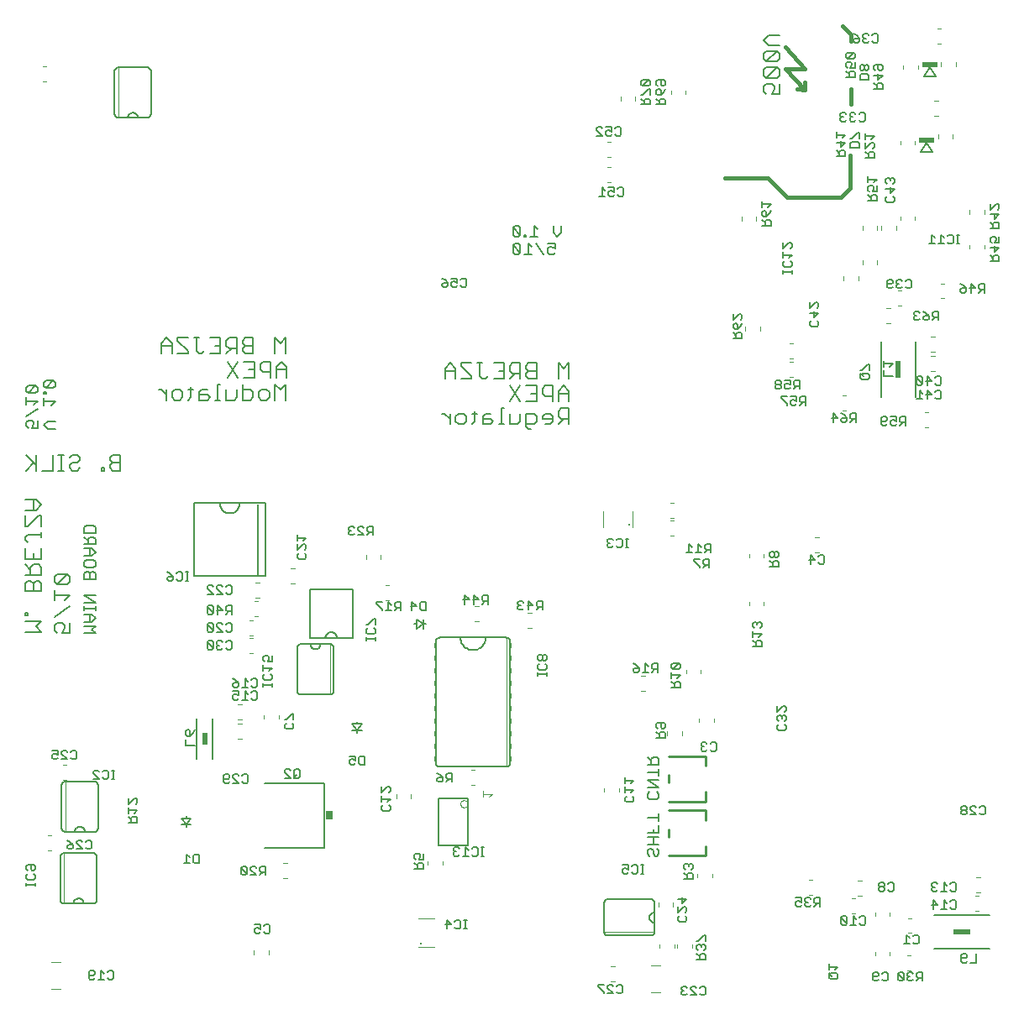
<source format=gbo>
G75*
G70*
%OFA0B0*%
%FSLAX24Y24*%
%IPPOS*%
%LPD*%
%AMOC8*
5,1,8,0,0,1.08239X$1,22.5*
%
%ADD10C,0.0060*%
%ADD11C,0.0080*%
%ADD12C,0.0160*%
%ADD13C,0.0039*%
%ADD14C,0.0050*%
%ADD15C,0.0020*%
%ADD16C,0.0030*%
%ADD17R,0.0050X0.0200*%
%ADD18R,0.0300X0.0340*%
%ADD19R,0.0236X0.0472*%
%ADD20R,0.0709X0.0236*%
%ADD21C,0.0040*%
%ADD22C,0.0098*%
%ADD23C,0.0100*%
%ADD24R,0.0620X0.0240*%
%ADD25R,0.0236X0.0709*%
D10*
X005004Y004651D02*
X005004Y006351D01*
X005006Y006374D01*
X005011Y006397D01*
X005020Y006419D01*
X005033Y006439D01*
X005048Y006457D01*
X005066Y006472D01*
X005086Y006485D01*
X005108Y006494D01*
X005131Y006499D01*
X005154Y006501D01*
X006294Y006501D01*
X006317Y006499D01*
X006340Y006494D01*
X006362Y006485D01*
X006382Y006472D01*
X006400Y006457D01*
X006415Y006439D01*
X006428Y006419D01*
X006437Y006397D01*
X006442Y006374D01*
X006444Y006351D01*
X006444Y004651D01*
X006442Y004628D01*
X006437Y004605D01*
X006428Y004583D01*
X006415Y004563D01*
X006400Y004545D01*
X006382Y004530D01*
X006362Y004517D01*
X006340Y004508D01*
X006317Y004503D01*
X006294Y004501D01*
X005924Y004501D01*
X005524Y004501D01*
X005154Y004501D01*
X005131Y004503D01*
X005108Y004508D01*
X005086Y004517D01*
X005066Y004530D01*
X005048Y004545D01*
X005033Y004563D01*
X005020Y004583D01*
X005011Y004605D01*
X005006Y004628D01*
X005004Y004651D01*
X005524Y004501D02*
X005526Y004528D01*
X005531Y004555D01*
X005541Y004581D01*
X005553Y004605D01*
X005569Y004627D01*
X005587Y004647D01*
X005609Y004664D01*
X005632Y004679D01*
X005657Y004689D01*
X005683Y004697D01*
X005710Y004701D01*
X005738Y004701D01*
X005765Y004697D01*
X005791Y004689D01*
X005816Y004679D01*
X005839Y004664D01*
X005861Y004647D01*
X005879Y004627D01*
X005895Y004605D01*
X005907Y004581D01*
X005917Y004555D01*
X005922Y004528D01*
X005924Y004501D01*
X005974Y007351D02*
X005574Y007351D01*
X005204Y007351D01*
X005181Y007353D01*
X005158Y007358D01*
X005136Y007367D01*
X005116Y007380D01*
X005098Y007395D01*
X005083Y007413D01*
X005070Y007433D01*
X005061Y007455D01*
X005056Y007478D01*
X005054Y007501D01*
X005054Y009201D01*
X005056Y009224D01*
X005061Y009247D01*
X005070Y009269D01*
X005083Y009289D01*
X005098Y009307D01*
X005116Y009322D01*
X005136Y009335D01*
X005158Y009344D01*
X005181Y009349D01*
X005204Y009351D01*
X006344Y009351D01*
X006367Y009349D01*
X006390Y009344D01*
X006412Y009335D01*
X006432Y009322D01*
X006450Y009307D01*
X006465Y009289D01*
X006478Y009269D01*
X006487Y009247D01*
X006492Y009224D01*
X006494Y009201D01*
X006494Y007501D01*
X006492Y007478D01*
X006487Y007455D01*
X006478Y007433D01*
X006465Y007413D01*
X006450Y007395D01*
X006432Y007380D01*
X006412Y007367D01*
X006390Y007358D01*
X006367Y007353D01*
X006344Y007351D01*
X005974Y007351D01*
X005972Y007378D01*
X005967Y007405D01*
X005957Y007431D01*
X005945Y007455D01*
X005929Y007477D01*
X005911Y007497D01*
X005889Y007514D01*
X005866Y007529D01*
X005841Y007539D01*
X005815Y007547D01*
X005788Y007551D01*
X005760Y007551D01*
X005733Y007547D01*
X005707Y007539D01*
X005682Y007529D01*
X005659Y007514D01*
X005637Y007497D01*
X005619Y007477D01*
X005603Y007455D01*
X005591Y007431D01*
X005581Y007405D01*
X005576Y007378D01*
X005574Y007351D01*
X005954Y015231D02*
X006395Y015231D01*
X006248Y015378D01*
X006395Y015524D01*
X005954Y015524D01*
X005954Y015691D02*
X006248Y015691D01*
X006395Y015838D01*
X006248Y015985D01*
X005954Y015985D01*
X005954Y016151D02*
X005954Y016298D01*
X005954Y016225D02*
X006395Y016225D01*
X006395Y016298D02*
X006395Y016151D01*
X006175Y015985D02*
X006175Y015691D01*
X006395Y016458D02*
X005954Y016458D01*
X005954Y016752D02*
X006395Y016752D01*
X006395Y016458D02*
X005954Y016752D01*
X005954Y017379D02*
X005954Y017599D01*
X006028Y017673D01*
X006101Y017673D01*
X006175Y017599D01*
X006175Y017379D01*
X006395Y017379D02*
X006395Y017599D01*
X006321Y017673D01*
X006248Y017673D01*
X006175Y017599D01*
X006321Y017839D02*
X006028Y017839D01*
X005954Y017913D01*
X005954Y018060D01*
X006028Y018133D01*
X006321Y018133D01*
X006395Y018060D01*
X006395Y017913D01*
X006321Y017839D01*
X006395Y017379D02*
X005954Y017379D01*
X005954Y018300D02*
X006248Y018300D01*
X006395Y018447D01*
X006248Y018593D01*
X005954Y018593D01*
X005954Y018760D02*
X006395Y018760D01*
X006395Y018980D01*
X006321Y019054D01*
X006175Y019054D01*
X006101Y018980D01*
X006101Y018760D01*
X006101Y018907D02*
X005954Y019054D01*
X005954Y019221D02*
X005954Y019441D01*
X006028Y019514D01*
X006321Y019514D01*
X006395Y019441D01*
X006395Y019221D01*
X005954Y019221D01*
X006175Y018593D02*
X006175Y018300D01*
X004795Y023359D02*
X004501Y023359D01*
X004354Y023506D01*
X004501Y023653D01*
X004795Y023653D01*
X004648Y024280D02*
X004795Y024427D01*
X004354Y024427D01*
X004354Y024573D02*
X004354Y024280D01*
X004095Y024143D02*
X003654Y023850D01*
X003728Y023683D02*
X003654Y023609D01*
X003654Y023463D01*
X003728Y023389D01*
X003875Y023389D02*
X003948Y023536D01*
X003948Y023609D01*
X003875Y023683D01*
X003728Y023683D01*
X003875Y023389D02*
X004095Y023389D01*
X004095Y023683D01*
X003948Y024310D02*
X004095Y024457D01*
X003654Y024457D01*
X003654Y024310D02*
X003654Y024604D01*
X003728Y024770D02*
X004021Y025064D01*
X003728Y025064D01*
X003654Y024990D01*
X003654Y024844D01*
X003728Y024770D01*
X004021Y024770D01*
X004095Y024844D01*
X004095Y024990D01*
X004021Y025064D01*
X004354Y025044D02*
X004354Y025190D01*
X004428Y025264D01*
X004721Y025264D01*
X004428Y024970D01*
X004354Y025044D01*
X004428Y024970D02*
X004721Y024970D01*
X004795Y025044D01*
X004795Y025190D01*
X004721Y025264D01*
X004428Y024814D02*
X004354Y024814D01*
X004354Y024740D01*
X004428Y024740D01*
X004428Y024814D01*
X014554Y014801D02*
X014924Y014801D01*
X015324Y014801D01*
X015694Y014801D01*
X015717Y014799D01*
X015740Y014794D01*
X015762Y014785D01*
X015782Y014772D01*
X015800Y014757D01*
X015815Y014739D01*
X015828Y014719D01*
X015837Y014697D01*
X015842Y014674D01*
X015844Y014651D01*
X015844Y012951D01*
X015842Y012928D01*
X015837Y012905D01*
X015828Y012883D01*
X015815Y012863D01*
X015800Y012845D01*
X015782Y012830D01*
X015762Y012817D01*
X015740Y012808D01*
X015717Y012803D01*
X015694Y012801D01*
X014554Y012801D01*
X014531Y012803D01*
X014508Y012808D01*
X014486Y012817D01*
X014466Y012830D01*
X014448Y012845D01*
X014433Y012863D01*
X014420Y012883D01*
X014411Y012905D01*
X014406Y012928D01*
X014404Y012951D01*
X014404Y014651D01*
X014406Y014674D01*
X014411Y014697D01*
X014420Y014719D01*
X014433Y014739D01*
X014448Y014757D01*
X014466Y014772D01*
X014486Y014785D01*
X014508Y014794D01*
X014531Y014799D01*
X014554Y014801D01*
X014924Y014801D02*
X014926Y014774D01*
X014931Y014747D01*
X014941Y014721D01*
X014953Y014697D01*
X014969Y014675D01*
X014987Y014655D01*
X015009Y014638D01*
X015032Y014623D01*
X015057Y014613D01*
X015083Y014605D01*
X015110Y014601D01*
X015138Y014601D01*
X015165Y014605D01*
X015191Y014613D01*
X015216Y014623D01*
X015239Y014638D01*
X015261Y014655D01*
X015279Y014675D01*
X015295Y014697D01*
X015307Y014721D01*
X015317Y014747D01*
X015322Y014774D01*
X015324Y014801D01*
X019904Y014911D02*
X019904Y010091D01*
X019906Y010068D01*
X019911Y010045D01*
X019920Y010023D01*
X019933Y010003D01*
X019948Y009985D01*
X019966Y009970D01*
X019986Y009957D01*
X020008Y009948D01*
X020031Y009943D01*
X020054Y009941D01*
X022694Y009941D01*
X022717Y009943D01*
X022740Y009948D01*
X022762Y009957D01*
X022782Y009970D01*
X022800Y009985D01*
X022815Y010003D01*
X022828Y010023D01*
X022837Y010045D01*
X022842Y010068D01*
X022844Y010091D01*
X022844Y014911D01*
X022842Y014934D01*
X022837Y014957D01*
X022828Y014979D01*
X022815Y014999D01*
X022800Y015017D01*
X022782Y015032D01*
X022762Y015045D01*
X022740Y015054D01*
X022717Y015059D01*
X022694Y015061D01*
X021874Y015061D01*
X020874Y015061D01*
X020054Y015061D01*
X020031Y015059D01*
X020008Y015054D01*
X019986Y015045D01*
X019966Y015032D01*
X019948Y015017D01*
X019933Y014999D01*
X019920Y014979D01*
X019911Y014957D01*
X019906Y014934D01*
X019904Y014911D01*
X020874Y015061D02*
X020876Y015017D01*
X020882Y014974D01*
X020891Y014932D01*
X020904Y014890D01*
X020921Y014850D01*
X020941Y014811D01*
X020964Y014774D01*
X020991Y014740D01*
X021020Y014707D01*
X021053Y014678D01*
X021087Y014651D01*
X021124Y014628D01*
X021163Y014608D01*
X021203Y014591D01*
X021245Y014578D01*
X021287Y014569D01*
X021330Y014563D01*
X021374Y014561D01*
X021418Y014563D01*
X021461Y014569D01*
X021503Y014578D01*
X021545Y014591D01*
X021585Y014608D01*
X021624Y014628D01*
X021661Y014651D01*
X021695Y014678D01*
X021728Y014707D01*
X021757Y014740D01*
X021784Y014774D01*
X021807Y014811D01*
X021827Y014850D01*
X021844Y014890D01*
X021857Y014932D01*
X021866Y014974D01*
X021872Y015017D01*
X021874Y015061D01*
X028304Y010314D02*
X028451Y010167D01*
X028451Y010240D02*
X028451Y010020D01*
X028304Y010020D02*
X028745Y010020D01*
X028745Y010240D01*
X028671Y010314D01*
X028525Y010314D01*
X028451Y010240D01*
X028745Y009854D02*
X028745Y009560D01*
X028745Y009707D02*
X028304Y009707D01*
X028304Y009393D02*
X028745Y009393D01*
X028745Y009100D02*
X028304Y009100D01*
X028378Y008933D02*
X028304Y008859D01*
X028304Y008713D01*
X028378Y008639D01*
X028671Y008639D01*
X028745Y008713D01*
X028745Y008859D01*
X028671Y008933D01*
X028745Y009100D02*
X028304Y009393D01*
X028745Y008064D02*
X028745Y007770D01*
X028745Y007917D02*
X028304Y007917D01*
X028525Y007457D02*
X028525Y007310D01*
X028525Y007143D02*
X028525Y006850D01*
X028451Y006683D02*
X028378Y006683D01*
X028304Y006609D01*
X028304Y006463D01*
X028378Y006389D01*
X028525Y006463D02*
X028525Y006609D01*
X028451Y006683D01*
X028671Y006683D02*
X028745Y006609D01*
X028745Y006463D01*
X028671Y006389D01*
X028598Y006389D01*
X028525Y006463D01*
X028304Y006850D02*
X028745Y006850D01*
X028745Y007143D02*
X028304Y007143D01*
X028304Y007310D02*
X028745Y007310D01*
X028745Y007604D01*
X028424Y004671D02*
X026724Y004671D01*
X026701Y004669D01*
X026678Y004664D01*
X026656Y004655D01*
X026636Y004642D01*
X026618Y004627D01*
X026603Y004609D01*
X026590Y004589D01*
X026581Y004567D01*
X026576Y004544D01*
X026574Y004521D01*
X026574Y003381D01*
X026576Y003358D01*
X026581Y003335D01*
X026590Y003313D01*
X026603Y003293D01*
X026618Y003275D01*
X026636Y003260D01*
X026656Y003247D01*
X026678Y003238D01*
X026701Y003233D01*
X026724Y003231D01*
X028424Y003231D01*
X028447Y003233D01*
X028470Y003238D01*
X028492Y003247D01*
X028512Y003260D01*
X028530Y003275D01*
X028545Y003293D01*
X028558Y003313D01*
X028567Y003335D01*
X028572Y003358D01*
X028574Y003381D01*
X028574Y003751D01*
X028574Y004151D01*
X028574Y004521D01*
X028572Y004544D01*
X028567Y004567D01*
X028558Y004589D01*
X028545Y004609D01*
X028530Y004627D01*
X028512Y004642D01*
X028492Y004655D01*
X028470Y004664D01*
X028447Y004669D01*
X028424Y004671D01*
X028574Y004151D02*
X028547Y004149D01*
X028520Y004144D01*
X028494Y004134D01*
X028470Y004122D01*
X028448Y004106D01*
X028428Y004088D01*
X028411Y004066D01*
X028396Y004043D01*
X028386Y004018D01*
X028378Y003992D01*
X028374Y003965D01*
X028374Y003937D01*
X028378Y003910D01*
X028386Y003884D01*
X028396Y003859D01*
X028411Y003836D01*
X028428Y003814D01*
X028448Y003796D01*
X028470Y003780D01*
X028494Y003768D01*
X028520Y003758D01*
X028547Y003753D01*
X028574Y003751D01*
X024563Y030281D02*
X024636Y030354D01*
X024563Y030281D02*
X024416Y030281D01*
X024342Y030354D01*
X024342Y030501D01*
X024416Y030574D01*
X024489Y030574D01*
X024636Y030501D01*
X024636Y030721D01*
X024342Y030721D01*
X024719Y030981D02*
X024573Y031128D01*
X024573Y031421D01*
X024866Y031421D02*
X024866Y031128D01*
X024719Y030981D01*
X023882Y030721D02*
X024176Y030281D01*
X023715Y030281D02*
X023422Y030281D01*
X023568Y030281D02*
X023568Y030721D01*
X023715Y030574D01*
X023652Y030981D02*
X023945Y030981D01*
X023799Y030981D02*
X023799Y031421D01*
X023945Y031274D01*
X023485Y031054D02*
X023412Y031054D01*
X023412Y030981D01*
X023485Y030981D01*
X023485Y031054D01*
X023255Y031054D02*
X022961Y031348D01*
X022961Y031054D01*
X023035Y030981D01*
X023182Y030981D01*
X023255Y031054D01*
X023255Y031348D01*
X023182Y031421D01*
X023035Y031421D01*
X022961Y031348D01*
X023035Y030721D02*
X022961Y030648D01*
X023255Y030354D01*
X023181Y030281D01*
X023035Y030281D01*
X022961Y030354D01*
X022961Y030648D01*
X023035Y030721D02*
X023181Y030721D01*
X023255Y030648D01*
X023255Y030354D01*
X008594Y035851D02*
X008594Y037551D01*
X008592Y037574D01*
X008587Y037597D01*
X008578Y037619D01*
X008565Y037639D01*
X008550Y037657D01*
X008532Y037672D01*
X008512Y037685D01*
X008490Y037694D01*
X008467Y037699D01*
X008444Y037701D01*
X007304Y037701D01*
X007281Y037699D01*
X007258Y037694D01*
X007236Y037685D01*
X007216Y037672D01*
X007198Y037657D01*
X007183Y037639D01*
X007170Y037619D01*
X007161Y037597D01*
X007156Y037574D01*
X007154Y037551D01*
X007154Y035851D01*
X007156Y035828D01*
X007161Y035805D01*
X007170Y035783D01*
X007183Y035763D01*
X007198Y035745D01*
X007216Y035730D01*
X007236Y035717D01*
X007258Y035708D01*
X007281Y035703D01*
X007304Y035701D01*
X007674Y035701D01*
X008074Y035701D01*
X008444Y035701D01*
X008467Y035703D01*
X008490Y035708D01*
X008512Y035717D01*
X008532Y035730D01*
X008550Y035745D01*
X008565Y035763D01*
X008578Y035783D01*
X008587Y035805D01*
X008592Y035828D01*
X008594Y035851D01*
X008074Y035701D02*
X008072Y035728D01*
X008067Y035755D01*
X008057Y035781D01*
X008045Y035805D01*
X008029Y035827D01*
X008011Y035847D01*
X007989Y035864D01*
X007966Y035879D01*
X007941Y035889D01*
X007915Y035897D01*
X007888Y035901D01*
X007860Y035901D01*
X007833Y035897D01*
X007807Y035889D01*
X007782Y035879D01*
X007759Y035864D01*
X007737Y035847D01*
X007719Y035827D01*
X007703Y035805D01*
X007691Y035781D01*
X007681Y035755D01*
X007676Y035728D01*
X007674Y035701D01*
D11*
X009216Y026961D02*
X009009Y026754D01*
X009009Y026341D01*
X009009Y026651D02*
X009423Y026651D01*
X009423Y026754D02*
X009423Y026341D01*
X009654Y026341D02*
X010067Y026341D01*
X010067Y026444D01*
X009654Y026858D01*
X009654Y026961D01*
X010067Y026961D01*
X010298Y026961D02*
X010505Y026961D01*
X010402Y026961D02*
X010402Y026444D01*
X010505Y026341D01*
X010608Y026341D01*
X010712Y026444D01*
X010943Y026341D02*
X011356Y026341D01*
X011356Y026961D01*
X010943Y026961D01*
X011149Y026651D02*
X011356Y026651D01*
X011587Y026651D02*
X011587Y026858D01*
X011691Y026961D01*
X012001Y026961D01*
X012001Y026341D01*
X012001Y026548D02*
X011691Y026548D01*
X011587Y026651D01*
X011794Y026548D02*
X011587Y026341D01*
X011637Y026011D02*
X012051Y025391D01*
X012282Y025391D02*
X012695Y025391D01*
X012695Y026011D01*
X012282Y026011D01*
X012051Y026011D02*
X011637Y025391D01*
X011356Y025111D02*
X011253Y025111D01*
X011253Y024491D01*
X011356Y024491D02*
X011149Y024491D01*
X010927Y024594D02*
X010823Y024698D01*
X010513Y024698D01*
X010513Y024801D02*
X010513Y024491D01*
X010823Y024491D01*
X010927Y024594D01*
X010823Y024904D02*
X010616Y024904D01*
X010513Y024801D01*
X010282Y024904D02*
X010075Y024904D01*
X010179Y025008D02*
X010179Y024594D01*
X010075Y024491D01*
X009852Y024594D02*
X009749Y024491D01*
X009542Y024491D01*
X009439Y024594D01*
X009439Y024801D01*
X009542Y024904D01*
X009749Y024904D01*
X009852Y024801D01*
X009852Y024594D01*
X009208Y024491D02*
X009208Y024904D01*
X009208Y024698D02*
X009001Y024904D01*
X008898Y024904D01*
X009423Y026754D02*
X009216Y026961D01*
X011587Y024904D02*
X011587Y024491D01*
X011897Y024491D01*
X012001Y024594D01*
X012001Y024904D01*
X012232Y024904D02*
X012542Y024904D01*
X012645Y024801D01*
X012645Y024594D01*
X012542Y024491D01*
X012232Y024491D01*
X012232Y025111D01*
X012489Y025701D02*
X012695Y025701D01*
X012926Y025701D02*
X012926Y025908D01*
X013030Y026011D01*
X013340Y026011D01*
X013340Y025391D01*
X013340Y025598D02*
X013030Y025598D01*
X012926Y025701D01*
X013571Y025701D02*
X013984Y025701D01*
X013984Y025804D02*
X013778Y026011D01*
X013571Y025804D01*
X013571Y025391D01*
X013521Y025111D02*
X013521Y024491D01*
X013290Y024594D02*
X013186Y024491D01*
X012980Y024491D01*
X012876Y024594D01*
X012876Y024801D01*
X012980Y024904D01*
X013186Y024904D01*
X013290Y024801D01*
X013290Y024594D01*
X013728Y024904D02*
X013521Y025111D01*
X013728Y024904D02*
X013934Y025111D01*
X013934Y024491D01*
X013984Y025391D02*
X013984Y025804D01*
X013934Y026341D02*
X013934Y026961D01*
X013728Y026754D01*
X013521Y026961D01*
X013521Y026341D01*
X012645Y026341D02*
X012335Y026341D01*
X012232Y026444D01*
X012232Y026548D01*
X012335Y026651D01*
X012645Y026651D01*
X012335Y026651D02*
X012232Y026754D01*
X012232Y026858D01*
X012335Y026961D01*
X012645Y026961D01*
X012645Y026341D01*
X007384Y022311D02*
X007384Y021691D01*
X007074Y021691D01*
X006971Y021794D01*
X006971Y021898D01*
X007074Y022001D01*
X007384Y022001D01*
X007074Y022001D02*
X006971Y022104D01*
X006971Y022208D01*
X007074Y022311D01*
X007384Y022311D01*
X006740Y021794D02*
X006636Y021794D01*
X006636Y021691D01*
X006740Y021691D01*
X006740Y021794D01*
X005773Y021794D02*
X005670Y021691D01*
X005463Y021691D01*
X005359Y021794D01*
X005359Y021898D01*
X005463Y022001D01*
X005670Y022001D01*
X005773Y022104D01*
X005773Y022208D01*
X005670Y022311D01*
X005463Y022311D01*
X005359Y022208D01*
X005129Y022311D02*
X004922Y022311D01*
X005025Y022311D02*
X005025Y021691D01*
X004922Y021691D02*
X005129Y021691D01*
X004699Y021691D02*
X004285Y021691D01*
X004054Y021691D02*
X004054Y022311D01*
X003951Y022001D02*
X003641Y021691D01*
X004054Y021898D02*
X003641Y022311D01*
X004699Y022311D02*
X004699Y021691D01*
X004028Y020538D02*
X003614Y020538D01*
X003925Y020538D02*
X003925Y020125D01*
X004028Y020125D02*
X004235Y020332D01*
X004028Y020538D01*
X004028Y020125D02*
X003614Y020125D01*
X003614Y019894D02*
X003614Y019480D01*
X003718Y019480D01*
X004131Y019894D01*
X004235Y019894D01*
X004235Y019480D01*
X004235Y019249D02*
X004235Y019042D01*
X004235Y019146D02*
X003718Y019146D01*
X003614Y019042D01*
X003614Y018939D01*
X003718Y018836D01*
X003614Y018605D02*
X003614Y018191D01*
X004235Y018191D01*
X004235Y018605D01*
X003925Y018398D02*
X003925Y018191D01*
X003925Y017960D02*
X003821Y017857D01*
X003821Y017547D01*
X003821Y017753D02*
X003614Y017960D01*
X003925Y017960D02*
X004131Y017960D01*
X004235Y017857D01*
X004235Y017547D01*
X003614Y017547D01*
X003718Y017316D02*
X003614Y017212D01*
X003614Y016902D01*
X004235Y016902D01*
X004235Y017212D01*
X004131Y017316D01*
X004028Y017316D01*
X003925Y017212D01*
X003925Y016902D01*
X003925Y017212D02*
X003821Y017316D01*
X003718Y017316D01*
X004764Y017278D02*
X004868Y017174D01*
X005281Y017588D01*
X004868Y017588D01*
X004764Y017485D01*
X004764Y017278D01*
X004868Y017174D02*
X005281Y017174D01*
X005385Y017278D01*
X005385Y017485D01*
X005281Y017588D01*
X004764Y016944D02*
X004764Y016530D01*
X004764Y016737D02*
X005385Y016737D01*
X005178Y016530D01*
X005385Y016299D02*
X004764Y015885D01*
X004868Y015654D02*
X004764Y015551D01*
X004764Y015344D01*
X004868Y015241D01*
X005075Y015241D02*
X005178Y015448D01*
X005178Y015551D01*
X005075Y015654D01*
X004868Y015654D01*
X005075Y015241D02*
X005385Y015241D01*
X005385Y015654D01*
X004235Y015704D02*
X004028Y015498D01*
X004235Y015291D01*
X003614Y015291D01*
X003614Y015704D02*
X004235Y015704D01*
X003718Y015935D02*
X003718Y016039D01*
X003614Y016039D01*
X003614Y015935D01*
X003718Y015935D01*
X010318Y017494D02*
X010318Y020407D01*
X013131Y020407D01*
X013131Y017494D01*
X010318Y017494D01*
X012856Y017573D02*
X012856Y020329D01*
X012118Y020387D02*
X012116Y020348D01*
X012110Y020310D01*
X012101Y020273D01*
X012088Y020236D01*
X012071Y020201D01*
X012052Y020168D01*
X012029Y020137D01*
X012003Y020108D01*
X011974Y020082D01*
X011943Y020059D01*
X011910Y020040D01*
X011875Y020023D01*
X011838Y020010D01*
X011801Y020001D01*
X011763Y019995D01*
X011724Y019993D01*
X011685Y019995D01*
X011647Y020001D01*
X011610Y020010D01*
X011573Y020023D01*
X011538Y020040D01*
X011505Y020059D01*
X011474Y020082D01*
X011445Y020108D01*
X011419Y020137D01*
X011396Y020168D01*
X011377Y020201D01*
X011360Y020236D01*
X011347Y020273D01*
X011338Y020310D01*
X011332Y020348D01*
X011330Y020387D01*
X014904Y016965D02*
X014904Y015037D01*
X016595Y015037D01*
X016595Y016965D01*
X014904Y016965D01*
X015513Y015037D02*
X015515Y015067D01*
X015520Y015096D01*
X015530Y015124D01*
X015542Y015151D01*
X015558Y015176D01*
X015577Y015199D01*
X015599Y015219D01*
X015623Y015236D01*
X015649Y015251D01*
X015676Y015261D01*
X015705Y015269D01*
X015734Y015273D01*
X015764Y015273D01*
X015793Y015269D01*
X015822Y015261D01*
X015849Y015251D01*
X015875Y015236D01*
X015899Y015219D01*
X015921Y015199D01*
X015940Y015176D01*
X015956Y015151D01*
X015968Y015124D01*
X015978Y015096D01*
X015983Y015067D01*
X015985Y015037D01*
X015474Y009291D02*
X013114Y009291D01*
X015474Y009291D02*
X015474Y006711D01*
X013114Y006711D01*
X023585Y023334D02*
X023482Y023437D01*
X023482Y023954D01*
X023792Y023954D01*
X023895Y023851D01*
X023895Y023644D01*
X023792Y023541D01*
X023482Y023541D01*
X023585Y023334D02*
X023689Y023334D01*
X023251Y023644D02*
X023147Y023541D01*
X022837Y023541D01*
X022837Y023954D01*
X022606Y024161D02*
X022503Y024161D01*
X022503Y023541D01*
X022606Y023541D02*
X022399Y023541D01*
X022177Y023644D02*
X022073Y023748D01*
X021763Y023748D01*
X021763Y023851D02*
X021763Y023541D01*
X022073Y023541D01*
X022177Y023644D01*
X022073Y023954D02*
X021866Y023954D01*
X021763Y023851D01*
X021532Y023954D02*
X021325Y023954D01*
X021429Y024058D02*
X021429Y023644D01*
X021325Y023541D01*
X021102Y023644D02*
X020999Y023541D01*
X020792Y023541D01*
X020689Y023644D01*
X020689Y023851D01*
X020792Y023954D01*
X020999Y023954D01*
X021102Y023851D01*
X021102Y023644D01*
X020458Y023541D02*
X020458Y023954D01*
X020458Y023748D02*
X020251Y023954D01*
X020148Y023954D01*
X020259Y025341D02*
X020259Y025754D01*
X020466Y025961D01*
X020673Y025754D01*
X020673Y025341D01*
X020904Y025341D02*
X021317Y025341D01*
X021317Y025444D01*
X020904Y025858D01*
X020904Y025961D01*
X021317Y025961D01*
X021548Y025961D02*
X021755Y025961D01*
X021652Y025961D02*
X021652Y025444D01*
X021755Y025341D01*
X021858Y025341D01*
X021962Y025444D01*
X022193Y025341D02*
X022606Y025341D01*
X022606Y025961D01*
X022193Y025961D01*
X022399Y025651D02*
X022606Y025651D01*
X022837Y025651D02*
X022941Y025548D01*
X023251Y025548D01*
X023044Y025548D02*
X022837Y025341D01*
X022837Y025061D02*
X023251Y024441D01*
X023482Y024441D02*
X023895Y024441D01*
X023895Y025061D01*
X023482Y025061D01*
X023251Y025061D02*
X022837Y024441D01*
X023251Y023954D02*
X023251Y023644D01*
X024126Y023748D02*
X024540Y023748D01*
X024540Y023851D02*
X024436Y023954D01*
X024230Y023954D01*
X024126Y023851D01*
X024126Y023748D01*
X024230Y023541D02*
X024436Y023541D01*
X024540Y023644D01*
X024540Y023851D01*
X024771Y023851D02*
X024874Y023748D01*
X025184Y023748D01*
X024978Y023748D02*
X024771Y023541D01*
X024771Y023851D02*
X024771Y024058D01*
X024874Y024161D01*
X025184Y024161D01*
X025184Y023541D01*
X025184Y024441D02*
X025184Y024854D01*
X024978Y025061D01*
X024771Y024854D01*
X024771Y024441D01*
X024540Y024441D02*
X024540Y025061D01*
X024230Y025061D01*
X024126Y024958D01*
X024126Y024751D01*
X024230Y024648D01*
X024540Y024648D01*
X024771Y024751D02*
X025184Y024751D01*
X025184Y025341D02*
X025184Y025961D01*
X024978Y025754D01*
X024771Y025961D01*
X024771Y025341D01*
X023895Y025341D02*
X023895Y025961D01*
X023585Y025961D01*
X023482Y025858D01*
X023482Y025754D01*
X023585Y025651D01*
X023895Y025651D01*
X023585Y025651D02*
X023482Y025548D01*
X023482Y025444D01*
X023585Y025341D01*
X023895Y025341D01*
X023895Y024751D02*
X023689Y024751D01*
X023251Y025341D02*
X023251Y025961D01*
X022941Y025961D01*
X022837Y025858D01*
X022837Y025651D01*
X020673Y025651D02*
X020259Y025651D01*
X032914Y036744D02*
X033018Y036641D01*
X032914Y036744D02*
X032914Y036951D01*
X033018Y037054D01*
X033225Y037054D01*
X033328Y036951D01*
X033328Y036848D01*
X033225Y036641D01*
X033535Y036641D01*
X033535Y037054D01*
X033431Y037285D02*
X033535Y037389D01*
X033535Y037596D01*
X033431Y037699D01*
X033018Y037285D01*
X032914Y037389D01*
X032914Y037596D01*
X033018Y037699D01*
X033431Y037699D01*
X033431Y037930D02*
X033018Y037930D01*
X033431Y038344D01*
X033018Y038344D01*
X032914Y038240D01*
X032914Y038033D01*
X033018Y037930D01*
X033431Y037930D02*
X033535Y038033D01*
X033535Y038240D01*
X033431Y038344D01*
X033535Y038574D02*
X033121Y038574D01*
X032914Y038781D01*
X033121Y038988D01*
X033535Y038988D01*
X033431Y037285D02*
X033018Y037285D01*
X039263Y037329D02*
X039736Y037329D01*
X039499Y037723D01*
X039263Y037329D01*
X039374Y034723D02*
X039611Y034329D01*
X039138Y034329D01*
X039374Y034723D01*
D12*
X036374Y036251D02*
X036374Y036851D01*
X034524Y036801D02*
X034224Y036851D01*
X034524Y036801D02*
X034524Y037101D01*
X034524Y036801D02*
X033774Y037651D01*
X034524Y037651D01*
X033774Y038501D01*
X036024Y039351D02*
X036374Y039001D01*
X036374Y038751D01*
X036324Y034201D02*
X036324Y032901D01*
X035974Y032551D01*
X033824Y032551D01*
X033074Y033301D01*
X031374Y033301D01*
D13*
X005017Y001119D02*
X004631Y001119D01*
X004631Y002182D02*
X005017Y002182D01*
X004649Y006606D02*
X004500Y006606D01*
X004500Y007196D02*
X004649Y007196D01*
X005100Y009406D02*
X005249Y009406D01*
X005249Y009996D02*
X005100Y009996D01*
X012050Y011056D02*
X012199Y011056D01*
X012199Y011646D02*
X012050Y011646D01*
X012050Y011806D02*
X012199Y011806D01*
X012199Y012396D02*
X012050Y012396D01*
X013079Y011976D02*
X013079Y011826D01*
X013670Y011826D02*
X013670Y011976D01*
X012649Y014456D02*
X012500Y014456D01*
X012500Y015046D02*
X012649Y015046D01*
X012649Y015156D02*
X012500Y015156D01*
X012500Y015746D02*
X012649Y015746D01*
X012700Y015906D02*
X012849Y015906D01*
X012849Y016496D02*
X012700Y016496D01*
X012750Y016656D02*
X012899Y016656D01*
X012899Y017246D02*
X012750Y017246D01*
X014150Y017206D02*
X014299Y017206D01*
X014299Y017796D02*
X014150Y017796D01*
X017129Y018176D02*
X017129Y018326D01*
X017720Y018326D02*
X017720Y018176D01*
X017900Y017146D02*
X018049Y017146D01*
X018049Y016556D02*
X017900Y016556D01*
X021450Y016296D02*
X021599Y016296D01*
X021599Y015706D02*
X021450Y015706D01*
X023550Y015456D02*
X023699Y015456D01*
X023699Y016046D02*
X023550Y016046D01*
X028050Y013546D02*
X028199Y013546D01*
X028199Y012956D02*
X028050Y012956D01*
X029829Y013626D02*
X029829Y013776D01*
X030420Y013776D02*
X030420Y013626D01*
X030354Y011851D02*
X030354Y011701D01*
X029670Y011326D02*
X029670Y011176D01*
X029079Y011176D02*
X029079Y011326D01*
X030945Y011701D02*
X030945Y011851D01*
X027170Y009076D02*
X027170Y008926D01*
X026579Y008926D02*
X026579Y009076D01*
X030279Y005676D02*
X030279Y005526D01*
X030870Y005526D02*
X030870Y005676D01*
X029320Y004526D02*
X029320Y004376D01*
X028729Y004376D02*
X028729Y004526D01*
X028779Y002876D02*
X028779Y002726D01*
X029370Y002726D02*
X029370Y002876D01*
X029479Y002876D02*
X029479Y002726D01*
X028817Y002032D02*
X028431Y002032D01*
X028431Y000969D02*
X028817Y000969D01*
X026999Y001406D02*
X026850Y001406D01*
X026850Y001996D02*
X026999Y001996D01*
X030070Y002726D02*
X030070Y002876D01*
X034700Y004856D02*
X034849Y004856D01*
X034849Y005446D02*
X034700Y005446D01*
X036400Y004696D02*
X036549Y004696D01*
X036650Y004806D02*
X036799Y004806D01*
X036799Y005396D02*
X036650Y005396D01*
X036549Y004106D02*
X036400Y004106D01*
X037329Y004151D02*
X037329Y004001D01*
X037920Y004001D02*
X037920Y004151D01*
X038625Y003921D02*
X038774Y003921D01*
X038774Y003331D02*
X038625Y003331D01*
X038600Y002446D02*
X038749Y002446D01*
X038749Y001856D02*
X038600Y001856D01*
X037920Y002426D02*
X037920Y002576D01*
X037329Y002576D02*
X037329Y002426D01*
X041300Y004206D02*
X041449Y004206D01*
X041449Y004796D02*
X041300Y004796D01*
X041350Y004956D02*
X041499Y004956D01*
X041499Y005546D02*
X041350Y005546D01*
X032920Y016326D02*
X032920Y016476D01*
X032329Y016476D02*
X032329Y016326D01*
X032329Y018226D02*
X032329Y018376D01*
X032920Y018376D02*
X032920Y018226D01*
X034950Y018456D02*
X035099Y018456D01*
X035099Y019046D02*
X034950Y019046D01*
X039300Y023406D02*
X039449Y023406D01*
X039449Y023996D02*
X039300Y023996D01*
X039550Y025656D02*
X039699Y025656D01*
X039699Y026246D02*
X039550Y026246D01*
X039550Y026406D02*
X039699Y026406D01*
X039699Y026996D02*
X039550Y026996D01*
X038374Y028256D02*
X038225Y028256D01*
X037933Y028133D02*
X037783Y028133D01*
X037783Y027543D02*
X037933Y027543D01*
X038225Y028846D02*
X038374Y028846D01*
X037420Y029876D02*
X037420Y030026D01*
X036829Y030026D02*
X036829Y029876D01*
X036670Y029401D02*
X036670Y029251D01*
X036079Y029251D02*
X036079Y029401D01*
X036829Y031251D02*
X036829Y031401D01*
X037420Y031401D02*
X037420Y031251D01*
X037579Y031251D02*
X037579Y031401D01*
X038170Y031401D02*
X038170Y031251D01*
X038329Y031626D02*
X038329Y031776D01*
X038920Y031776D02*
X038920Y031626D01*
X041079Y031876D02*
X041079Y032026D01*
X041670Y032026D02*
X041670Y031876D01*
X041670Y030651D02*
X041670Y030501D01*
X041079Y030501D02*
X041079Y030651D01*
X040074Y029121D02*
X039925Y029121D01*
X039925Y028531D02*
X040074Y028531D01*
X036180Y024674D02*
X036030Y024674D01*
X036030Y024083D02*
X036180Y024083D01*
X034074Y025406D02*
X033925Y025406D01*
X033925Y025996D02*
X034074Y025996D01*
X034074Y026156D02*
X033925Y026156D01*
X033925Y026746D02*
X034074Y026746D01*
X032772Y027246D02*
X032772Y027396D01*
X032181Y027396D02*
X032181Y027246D01*
X032024Y031616D02*
X032024Y031766D01*
X032615Y031766D02*
X032615Y031616D01*
X029820Y036626D02*
X029820Y036776D01*
X029229Y036776D02*
X029229Y036626D01*
X027820Y036526D02*
X027820Y036376D01*
X027229Y036376D02*
X027229Y036526D01*
X026849Y034746D02*
X026700Y034746D01*
X026700Y034156D02*
X026849Y034156D01*
X026849Y033746D02*
X026700Y033746D01*
X026700Y033156D02*
X026849Y033156D01*
X038329Y034626D02*
X038329Y034776D01*
X038920Y034776D02*
X038920Y034626D01*
X039829Y034876D02*
X039829Y035026D01*
X040420Y035026D02*
X040420Y034876D01*
X039824Y035781D02*
X039675Y035781D01*
X039675Y036371D02*
X039824Y036371D01*
X039954Y037751D02*
X039954Y037901D01*
X040545Y037901D02*
X040545Y037751D01*
X039949Y038656D02*
X039800Y038656D01*
X039800Y039246D02*
X039949Y039246D01*
X039045Y037776D02*
X039045Y037626D01*
X038454Y037626D02*
X038454Y037776D01*
X029349Y020396D02*
X029200Y020396D01*
X029200Y019806D02*
X029349Y019806D01*
X029349Y019696D02*
X029200Y019696D01*
X029200Y019106D02*
X029349Y019106D01*
X021449Y009796D02*
X021300Y009796D01*
X021300Y009206D02*
X021449Y009206D01*
X018920Y008826D02*
X018920Y008676D01*
X018329Y008676D02*
X018329Y008826D01*
X019579Y006176D02*
X019579Y006026D01*
X020170Y006026D02*
X020170Y006176D01*
X013999Y006096D02*
X013850Y006096D01*
X013850Y005506D02*
X013999Y005506D01*
X013270Y002626D02*
X013270Y002476D01*
X012679Y002476D02*
X012679Y002626D01*
X004449Y037156D02*
X004300Y037156D01*
X004300Y037746D02*
X004449Y037746D01*
D14*
X020147Y029321D02*
X020264Y029262D01*
X020381Y029145D01*
X020206Y029145D01*
X020147Y029087D01*
X020147Y029029D01*
X020206Y028970D01*
X020322Y028970D01*
X020381Y029029D01*
X020381Y029145D01*
X020516Y029145D02*
X020516Y029029D01*
X020574Y028970D01*
X020691Y028970D01*
X020749Y029029D01*
X020749Y029145D02*
X020632Y029204D01*
X020574Y029204D01*
X020516Y029145D01*
X020516Y029321D02*
X020749Y029321D01*
X020749Y029145D01*
X020884Y029029D02*
X020942Y028970D01*
X021059Y028970D01*
X021117Y029029D01*
X021117Y029262D01*
X021059Y029321D01*
X020942Y029321D01*
X020884Y029262D01*
X026384Y032576D02*
X026618Y032576D01*
X026501Y032576D02*
X026501Y032926D01*
X026618Y032809D01*
X026753Y032751D02*
X026753Y032634D01*
X026811Y032576D01*
X026928Y032576D01*
X026986Y032634D01*
X026986Y032751D02*
X026869Y032809D01*
X026811Y032809D01*
X026753Y032751D01*
X026753Y032926D02*
X026986Y032926D01*
X026986Y032751D01*
X027121Y032868D02*
X027179Y032926D01*
X027296Y032926D01*
X027354Y032868D01*
X027354Y032634D01*
X027296Y032576D01*
X027179Y032576D01*
X027121Y032634D01*
X027074Y034976D02*
X027016Y035034D01*
X027074Y034976D02*
X027191Y034976D01*
X027249Y035034D01*
X027249Y035268D01*
X027191Y035326D01*
X027074Y035326D01*
X027016Y035268D01*
X026881Y035326D02*
X026881Y035151D01*
X026764Y035209D01*
X026706Y035209D01*
X026648Y035151D01*
X026648Y035034D01*
X026706Y034976D01*
X026823Y034976D01*
X026881Y035034D01*
X026881Y035326D02*
X026648Y035326D01*
X026513Y035268D02*
X026454Y035326D01*
X026338Y035326D01*
X026279Y035268D01*
X026279Y035209D01*
X026513Y034976D01*
X026279Y034976D01*
X028049Y036226D02*
X028400Y036226D01*
X028400Y036401D01*
X028341Y036459D01*
X028225Y036459D01*
X028166Y036401D01*
X028166Y036226D01*
X028166Y036343D02*
X028049Y036459D01*
X028049Y036594D02*
X028108Y036594D01*
X028341Y036828D01*
X028400Y036828D01*
X028400Y036594D01*
X028649Y036652D02*
X028649Y036769D01*
X028708Y036828D01*
X028766Y036828D01*
X028825Y036769D01*
X028825Y036594D01*
X028708Y036594D01*
X028649Y036652D01*
X028825Y036594D02*
X028941Y036711D01*
X029000Y036828D01*
X028941Y036962D02*
X028883Y036962D01*
X028825Y037021D01*
X028825Y037196D01*
X028941Y037196D02*
X029000Y037138D01*
X029000Y037021D01*
X028941Y036962D01*
X028708Y036962D02*
X028649Y037021D01*
X028649Y037138D01*
X028708Y037196D01*
X028941Y037196D01*
X028400Y037138D02*
X028400Y037021D01*
X028341Y036962D01*
X028108Y036962D01*
X028341Y037196D01*
X028108Y037196D01*
X028049Y037138D01*
X028049Y037021D01*
X028108Y036962D01*
X028341Y037196D02*
X028400Y037138D01*
X028649Y036459D02*
X028766Y036343D01*
X028766Y036401D02*
X028766Y036226D01*
X028649Y036226D02*
X029000Y036226D01*
X029000Y036401D01*
X028941Y036459D01*
X028825Y036459D01*
X028766Y036401D01*
X032844Y032381D02*
X032844Y032148D01*
X032844Y032264D02*
X033195Y032264D01*
X033078Y032148D01*
X033195Y032013D02*
X033136Y031896D01*
X033019Y031779D01*
X033019Y031954D01*
X032961Y032013D01*
X032903Y032013D01*
X032844Y031954D01*
X032844Y031838D01*
X032903Y031779D01*
X033019Y031779D01*
X033019Y031645D02*
X032961Y031586D01*
X032961Y031411D01*
X032844Y031411D02*
X033195Y031411D01*
X033195Y031586D01*
X033136Y031645D01*
X033019Y031645D01*
X032961Y031528D02*
X032844Y031645D01*
X033674Y030741D02*
X033674Y030507D01*
X033908Y030741D01*
X033966Y030741D01*
X034025Y030683D01*
X034025Y030566D01*
X033966Y030507D01*
X034025Y030256D02*
X033674Y030256D01*
X033674Y030139D02*
X033674Y030373D01*
X033908Y030139D02*
X034025Y030256D01*
X033966Y030004D02*
X034025Y029946D01*
X034025Y029829D01*
X033966Y029771D01*
X033733Y029771D01*
X033674Y029829D01*
X033674Y029946D01*
X033733Y030004D01*
X033674Y029642D02*
X033674Y029525D01*
X033674Y029584D02*
X034025Y029584D01*
X034025Y029642D02*
X034025Y029525D01*
X034734Y028373D02*
X034734Y028140D01*
X034968Y028373D01*
X035026Y028373D01*
X035085Y028315D01*
X035085Y028198D01*
X035026Y028140D01*
X034909Y028005D02*
X034909Y027771D01*
X035085Y027946D01*
X034734Y027946D01*
X034793Y027637D02*
X034734Y027578D01*
X034734Y027461D01*
X034793Y027403D01*
X035026Y027403D01*
X035085Y027461D01*
X035085Y027578D01*
X035026Y027637D01*
X036748Y025680D02*
X036807Y025680D01*
X037040Y025914D01*
X037099Y025914D01*
X037099Y025680D01*
X037040Y025545D02*
X036807Y025545D01*
X036748Y025487D01*
X036748Y025370D01*
X036807Y025312D01*
X037040Y025312D01*
X037099Y025370D01*
X037099Y025487D01*
X037040Y025545D01*
X036865Y025428D02*
X036748Y025545D01*
X037674Y025444D02*
X037674Y025678D01*
X037674Y025813D02*
X037674Y026046D01*
X037674Y025930D02*
X038025Y025930D01*
X037908Y025813D01*
X038025Y025444D02*
X037674Y025444D01*
X037576Y024598D02*
X037576Y026803D01*
X038923Y026803D02*
X038923Y024598D01*
X038979Y024526D02*
X039213Y024526D01*
X039096Y024526D02*
X039096Y024876D01*
X039213Y024759D01*
X039348Y024701D02*
X039581Y024701D01*
X039406Y024876D01*
X039406Y024526D01*
X039716Y024584D02*
X039774Y024526D01*
X039891Y024526D01*
X039949Y024584D01*
X039949Y024818D01*
X039891Y024876D01*
X039774Y024876D01*
X039716Y024818D01*
X039774Y025076D02*
X039716Y025134D01*
X039774Y025076D02*
X039891Y025076D01*
X039949Y025134D01*
X039949Y025368D01*
X039891Y025426D01*
X039774Y025426D01*
X039716Y025368D01*
X039581Y025251D02*
X039348Y025251D01*
X039213Y025368D02*
X039154Y025426D01*
X039038Y025426D01*
X038979Y025368D01*
X039213Y025134D01*
X039154Y025076D01*
X039038Y025076D01*
X038979Y025134D01*
X038979Y025368D01*
X039213Y025368D02*
X039213Y025134D01*
X039406Y025076D02*
X039406Y025426D01*
X039581Y025251D01*
X038549Y023826D02*
X038374Y023826D01*
X038316Y023768D01*
X038316Y023651D01*
X038374Y023593D01*
X038549Y023593D01*
X038433Y023593D02*
X038316Y023476D01*
X038181Y023534D02*
X038123Y023476D01*
X038006Y023476D01*
X037948Y023534D01*
X037948Y023651D01*
X038006Y023709D01*
X038064Y023709D01*
X038181Y023651D01*
X038181Y023826D01*
X037948Y023826D01*
X037813Y023768D02*
X037813Y023709D01*
X037754Y023651D01*
X037579Y023651D01*
X037579Y023768D02*
X037638Y023826D01*
X037754Y023826D01*
X037813Y023768D01*
X037579Y023768D02*
X037579Y023534D01*
X037638Y023476D01*
X037754Y023476D01*
X037813Y023534D01*
X038549Y023476D02*
X038549Y023826D01*
X036580Y023730D02*
X036405Y023730D01*
X036347Y023789D01*
X036347Y023906D01*
X036405Y023964D01*
X036580Y023964D01*
X036580Y023614D01*
X036463Y023730D02*
X036347Y023614D01*
X036212Y023672D02*
X036153Y023614D01*
X036037Y023614D01*
X035978Y023672D01*
X035978Y023730D01*
X036037Y023789D01*
X036212Y023789D01*
X036212Y023672D01*
X036212Y023789D02*
X036095Y023906D01*
X035978Y023964D01*
X035844Y023789D02*
X035610Y023789D01*
X035668Y023964D02*
X035844Y023789D01*
X035668Y023614D02*
X035668Y023964D01*
X034574Y024276D02*
X034574Y024626D01*
X034399Y024626D01*
X034341Y024568D01*
X034341Y024451D01*
X034399Y024393D01*
X034574Y024393D01*
X034458Y024393D02*
X034341Y024276D01*
X034206Y024334D02*
X034148Y024276D01*
X034031Y024276D01*
X033973Y024334D01*
X033973Y024451D01*
X034031Y024509D01*
X034089Y024509D01*
X034206Y024451D01*
X034206Y024626D01*
X033973Y024626D01*
X033838Y024626D02*
X033604Y024626D01*
X033604Y024568D01*
X033838Y024334D01*
X033838Y024276D01*
X033786Y024926D02*
X033903Y024926D01*
X033961Y024984D01*
X033961Y025101D02*
X033844Y025159D01*
X033786Y025159D01*
X033728Y025101D01*
X033728Y024984D01*
X033786Y024926D01*
X033593Y024984D02*
X033593Y025043D01*
X033534Y025101D01*
X033418Y025101D01*
X033359Y025043D01*
X033359Y024984D01*
X033418Y024926D01*
X033534Y024926D01*
X033593Y024984D01*
X033534Y025101D02*
X033593Y025159D01*
X033593Y025218D01*
X033534Y025276D01*
X033418Y025276D01*
X033359Y025218D01*
X033359Y025159D01*
X033418Y025101D01*
X033728Y025276D02*
X033961Y025276D01*
X033961Y025101D01*
X034096Y025101D02*
X034154Y025043D01*
X034329Y025043D01*
X034213Y025043D02*
X034096Y024926D01*
X034096Y025101D02*
X034096Y025218D01*
X034154Y025276D01*
X034329Y025276D01*
X034329Y024926D01*
X032052Y026941D02*
X032052Y027116D01*
X031994Y027174D01*
X031877Y027174D01*
X031819Y027116D01*
X031819Y026941D01*
X031819Y027058D02*
X031702Y027174D01*
X031760Y027309D02*
X031702Y027368D01*
X031702Y027484D01*
X031760Y027543D01*
X031819Y027543D01*
X031877Y027484D01*
X031877Y027309D01*
X031760Y027309D01*
X031877Y027309D02*
X031994Y027426D01*
X032052Y027543D01*
X031994Y027678D02*
X032052Y027736D01*
X032052Y027853D01*
X031994Y027911D01*
X031935Y027911D01*
X031702Y027678D01*
X031702Y027911D01*
X031702Y026941D02*
X032052Y026941D01*
X037804Y028984D02*
X037804Y029218D01*
X037863Y029276D01*
X037979Y029276D01*
X038038Y029218D01*
X038038Y029159D01*
X037979Y029101D01*
X037804Y029101D01*
X037804Y028984D02*
X037863Y028926D01*
X037979Y028926D01*
X038038Y028984D01*
X038173Y028984D02*
X038231Y028926D01*
X038348Y028926D01*
X038406Y028984D01*
X038541Y028984D02*
X038599Y028926D01*
X038716Y028926D01*
X038774Y028984D01*
X038774Y029218D01*
X038716Y029276D01*
X038599Y029276D01*
X038541Y029218D01*
X038406Y029218D02*
X038348Y029276D01*
X038231Y029276D01*
X038173Y029218D01*
X038173Y029159D01*
X038231Y029101D01*
X038173Y029043D01*
X038173Y028984D01*
X038231Y029101D02*
X038289Y029101D01*
X038922Y028013D02*
X038863Y027955D01*
X038863Y027896D01*
X038922Y027838D01*
X038863Y027780D01*
X038863Y027721D01*
X038922Y027663D01*
X039038Y027663D01*
X039097Y027721D01*
X039231Y027721D02*
X039231Y027780D01*
X039290Y027838D01*
X039465Y027838D01*
X039465Y027721D01*
X039407Y027663D01*
X039290Y027663D01*
X039231Y027721D01*
X039348Y027955D02*
X039465Y027838D01*
X039600Y027838D02*
X039658Y027780D01*
X039833Y027780D01*
X039717Y027780D02*
X039600Y027663D01*
X039600Y027838D02*
X039600Y027955D01*
X039658Y028013D01*
X039833Y028013D01*
X039833Y027663D01*
X039348Y027955D02*
X039231Y028013D01*
X039097Y027955D02*
X039038Y028013D01*
X038922Y028013D01*
X038922Y027838D02*
X038980Y027838D01*
X040709Y028809D02*
X040709Y028868D01*
X040768Y028926D01*
X040943Y028926D01*
X040943Y028809D01*
X040884Y028751D01*
X040768Y028751D01*
X040709Y028809D01*
X040826Y029043D02*
X040943Y028926D01*
X041078Y028926D02*
X041311Y028926D01*
X041136Y029101D01*
X041136Y028751D01*
X041446Y028751D02*
X041563Y028868D01*
X041504Y028868D02*
X041679Y028868D01*
X041679Y028751D02*
X041679Y029101D01*
X041504Y029101D01*
X041446Y029043D01*
X041446Y028926D01*
X041504Y028868D01*
X040826Y029043D02*
X040709Y029101D01*
X041899Y029996D02*
X042250Y029996D01*
X042250Y030171D01*
X042191Y030229D01*
X042075Y030229D01*
X042016Y030171D01*
X042016Y029996D01*
X042016Y030113D02*
X041899Y030229D01*
X042075Y030364D02*
X042075Y030598D01*
X042075Y030732D02*
X042133Y030849D01*
X042133Y030908D01*
X042075Y030966D01*
X041958Y030966D01*
X041899Y030908D01*
X041899Y030791D01*
X041958Y030732D01*
X042075Y030732D02*
X042250Y030732D01*
X042250Y030966D01*
X042250Y031321D02*
X041899Y031321D01*
X042016Y031321D02*
X042016Y031496D01*
X042075Y031554D01*
X042191Y031554D01*
X042250Y031496D01*
X042250Y031321D01*
X042016Y031438D02*
X041899Y031554D01*
X042075Y031689D02*
X042075Y031923D01*
X042191Y032057D02*
X042250Y032116D01*
X042250Y032233D01*
X042191Y032291D01*
X042133Y032291D01*
X041899Y032057D01*
X041899Y032291D01*
X041899Y031864D02*
X042250Y031864D01*
X042075Y031689D01*
X041899Y030539D02*
X042250Y030539D01*
X042075Y030364D01*
X040675Y030701D02*
X040558Y030701D01*
X040617Y030701D02*
X040617Y031051D01*
X040675Y031051D02*
X040558Y031051D01*
X040429Y030993D02*
X040429Y030759D01*
X040371Y030701D01*
X040254Y030701D01*
X040196Y030759D01*
X040061Y030701D02*
X039828Y030701D01*
X039944Y030701D02*
X039944Y031051D01*
X040061Y030934D01*
X040196Y030993D02*
X040254Y031051D01*
X040371Y031051D01*
X040429Y030993D01*
X039693Y030934D02*
X039576Y031051D01*
X039576Y030701D01*
X039693Y030701D02*
X039459Y030701D01*
X038041Y032346D02*
X037808Y032346D01*
X037749Y032404D01*
X037749Y032521D01*
X037808Y032579D01*
X037925Y032714D02*
X037925Y032948D01*
X038041Y033082D02*
X038100Y033141D01*
X038100Y033258D01*
X038041Y033316D01*
X037983Y033316D01*
X037925Y033258D01*
X037866Y033316D01*
X037808Y033316D01*
X037749Y033258D01*
X037749Y033141D01*
X037808Y033082D01*
X037925Y033199D02*
X037925Y033258D01*
X038100Y032889D02*
X037925Y032714D01*
X038041Y032579D02*
X038100Y032521D01*
X038100Y032404D01*
X038041Y032346D01*
X038100Y032889D02*
X037749Y032889D01*
X037400Y032998D02*
X037400Y032764D01*
X037225Y032764D01*
X037283Y032881D01*
X037283Y032939D01*
X037225Y032998D01*
X037108Y032998D01*
X037049Y032939D01*
X037049Y032823D01*
X037108Y032764D01*
X037049Y032629D02*
X037166Y032513D01*
X037166Y032571D02*
X037166Y032396D01*
X037049Y032396D02*
X037400Y032396D01*
X037400Y032571D01*
X037341Y032629D01*
X037225Y032629D01*
X037166Y032571D01*
X037049Y033132D02*
X037049Y033366D01*
X037049Y033249D02*
X037400Y033249D01*
X037283Y033132D01*
X037300Y034121D02*
X036949Y034121D01*
X037066Y034121D02*
X037066Y034296D01*
X037125Y034354D01*
X037241Y034354D01*
X037300Y034296D01*
X037300Y034121D01*
X037066Y034238D02*
X036949Y034354D01*
X036949Y034489D02*
X037183Y034723D01*
X037241Y034723D01*
X037300Y034664D01*
X037300Y034548D01*
X037241Y034489D01*
X036949Y034489D02*
X036949Y034723D01*
X036949Y034857D02*
X036949Y035091D01*
X036949Y034974D02*
X037300Y034974D01*
X037183Y034857D01*
X036700Y034882D02*
X036700Y035116D01*
X036641Y035116D01*
X036408Y034882D01*
X036349Y034882D01*
X036408Y034748D02*
X036349Y034689D01*
X036349Y034514D01*
X036700Y034514D01*
X036700Y034689D01*
X036641Y034748D01*
X036408Y034748D01*
X036150Y034714D02*
X035975Y034539D01*
X035975Y034773D01*
X036033Y034907D02*
X036150Y035024D01*
X035799Y035024D01*
X035799Y034907D02*
X035799Y035141D01*
X035799Y034714D02*
X036150Y034714D01*
X036091Y034404D02*
X035975Y034404D01*
X035916Y034346D01*
X035916Y034171D01*
X035799Y034171D02*
X036150Y034171D01*
X036150Y034346D01*
X036091Y034404D01*
X035916Y034288D02*
X035799Y034404D01*
X036013Y035551D02*
X036129Y035551D01*
X036188Y035609D01*
X036323Y035609D02*
X036381Y035551D01*
X036498Y035551D01*
X036556Y035609D01*
X036691Y035609D02*
X036749Y035551D01*
X036866Y035551D01*
X036924Y035609D01*
X036924Y035843D01*
X036866Y035901D01*
X036749Y035901D01*
X036691Y035843D01*
X036556Y035843D02*
X036498Y035901D01*
X036381Y035901D01*
X036323Y035843D01*
X036323Y035784D01*
X036381Y035726D01*
X036323Y035668D01*
X036323Y035609D01*
X036381Y035726D02*
X036439Y035726D01*
X036188Y035843D02*
X036129Y035901D01*
X036013Y035901D01*
X035954Y035843D01*
X035954Y035784D01*
X036013Y035726D01*
X035954Y035668D01*
X035954Y035609D01*
X036013Y035551D01*
X036013Y035726D02*
X036071Y035726D01*
X037274Y036846D02*
X037625Y036846D01*
X037625Y037021D01*
X037566Y037079D01*
X037450Y037079D01*
X037391Y037021D01*
X037391Y036846D01*
X037391Y036963D02*
X037274Y037079D01*
X037450Y037214D02*
X037450Y037448D01*
X037508Y037582D02*
X037450Y037641D01*
X037450Y037816D01*
X037566Y037816D02*
X037625Y037758D01*
X037625Y037641D01*
X037566Y037582D01*
X037508Y037582D01*
X037333Y037582D02*
X037274Y037641D01*
X037274Y037758D01*
X037333Y037816D01*
X037566Y037816D01*
X037625Y037389D02*
X037450Y037214D01*
X037625Y037389D02*
X037274Y037389D01*
X037075Y037389D02*
X037016Y037448D01*
X036783Y037448D01*
X036724Y037389D01*
X036724Y037214D01*
X037075Y037214D01*
X037075Y037389D01*
X037016Y037582D02*
X036958Y037582D01*
X036900Y037641D01*
X036900Y037758D01*
X036841Y037816D01*
X036783Y037816D01*
X036724Y037758D01*
X036724Y037641D01*
X036783Y037582D01*
X036841Y037582D01*
X036900Y037641D01*
X036900Y037758D02*
X036958Y037816D01*
X037016Y037816D01*
X037075Y037758D01*
X037075Y037641D01*
X037016Y037582D01*
X036525Y037496D02*
X036525Y037321D01*
X036174Y037321D01*
X036291Y037321D02*
X036291Y037496D01*
X036350Y037554D01*
X036466Y037554D01*
X036525Y037496D01*
X036525Y037689D02*
X036350Y037689D01*
X036408Y037806D01*
X036408Y037864D01*
X036350Y037923D01*
X036233Y037923D01*
X036174Y037864D01*
X036174Y037748D01*
X036233Y037689D01*
X036174Y037554D02*
X036291Y037438D01*
X036525Y037689D02*
X036525Y037923D01*
X036466Y038057D02*
X036525Y038116D01*
X036525Y038233D01*
X036466Y038291D01*
X036233Y038057D01*
X036174Y038116D01*
X036174Y038233D01*
X036233Y038291D01*
X036466Y038291D01*
X036466Y038057D02*
X036233Y038057D01*
X036538Y038676D02*
X036479Y038734D01*
X036479Y038793D01*
X036538Y038851D01*
X036713Y038851D01*
X036713Y038734D01*
X036654Y038676D01*
X036538Y038676D01*
X036713Y038851D02*
X036596Y038968D01*
X036479Y039026D01*
X036848Y038968D02*
X036848Y038909D01*
X036906Y038851D01*
X036848Y038793D01*
X036848Y038734D01*
X036906Y038676D01*
X037023Y038676D01*
X037081Y038734D01*
X037216Y038734D02*
X037274Y038676D01*
X037391Y038676D01*
X037449Y038734D01*
X037449Y038968D01*
X037391Y039026D01*
X037274Y039026D01*
X037216Y038968D01*
X037081Y038968D02*
X037023Y039026D01*
X036906Y039026D01*
X036848Y038968D01*
X036906Y038851D02*
X036964Y038851D01*
X017404Y019476D02*
X017229Y019476D01*
X017171Y019418D01*
X017171Y019301D01*
X017229Y019243D01*
X017404Y019243D01*
X017288Y019243D02*
X017171Y019126D01*
X017036Y019126D02*
X016803Y019359D01*
X016803Y019418D01*
X016861Y019476D01*
X016978Y019476D01*
X017036Y019418D01*
X017036Y019126D02*
X016803Y019126D01*
X016668Y019184D02*
X016609Y019126D01*
X016493Y019126D01*
X016434Y019184D01*
X016434Y019243D01*
X016493Y019301D01*
X016551Y019301D01*
X016493Y019301D02*
X016434Y019359D01*
X016434Y019418D01*
X016493Y019476D01*
X016609Y019476D01*
X016668Y019418D01*
X017404Y019476D02*
X017404Y019126D01*
X014750Y019024D02*
X014399Y019024D01*
X014399Y018907D02*
X014399Y019141D01*
X014633Y018907D02*
X014750Y019024D01*
X014691Y018773D02*
X014750Y018714D01*
X014750Y018598D01*
X014691Y018539D01*
X014691Y018404D02*
X014750Y018346D01*
X014750Y018229D01*
X014691Y018171D01*
X014458Y018171D01*
X014399Y018229D01*
X014399Y018346D01*
X014458Y018404D01*
X014399Y018539D02*
X014633Y018773D01*
X014691Y018773D01*
X014399Y018773D02*
X014399Y018539D01*
X011799Y017068D02*
X011799Y016834D01*
X011741Y016776D01*
X011624Y016776D01*
X011566Y016834D01*
X011431Y016776D02*
X011198Y017009D01*
X011198Y017068D01*
X011256Y017126D01*
X011373Y017126D01*
X011431Y017068D01*
X011566Y017068D02*
X011624Y017126D01*
X011741Y017126D01*
X011799Y017068D01*
X011431Y016776D02*
X011198Y016776D01*
X011063Y016776D02*
X010829Y017009D01*
X010829Y017068D01*
X010888Y017126D01*
X011004Y017126D01*
X011063Y017068D01*
X011063Y016776D02*
X010829Y016776D01*
X010888Y016326D02*
X010829Y016268D01*
X011063Y016034D01*
X011004Y015976D01*
X010888Y015976D01*
X010829Y016034D01*
X010829Y016268D01*
X010888Y016326D02*
X011004Y016326D01*
X011063Y016268D01*
X011063Y016034D01*
X011198Y016151D02*
X011431Y016151D01*
X011256Y016326D01*
X011256Y015976D01*
X011566Y015976D02*
X011683Y016093D01*
X011624Y016093D02*
X011799Y016093D01*
X011799Y015976D02*
X011799Y016326D01*
X011624Y016326D01*
X011566Y016268D01*
X011566Y016151D01*
X011624Y016093D01*
X011624Y015626D02*
X011741Y015626D01*
X011799Y015568D01*
X011799Y015334D01*
X011741Y015276D01*
X011624Y015276D01*
X011566Y015334D01*
X011431Y015276D02*
X011198Y015509D01*
X011198Y015568D01*
X011256Y015626D01*
X011373Y015626D01*
X011431Y015568D01*
X011566Y015568D02*
X011624Y015626D01*
X011431Y015276D02*
X011198Y015276D01*
X011063Y015334D02*
X010829Y015568D01*
X010829Y015334D01*
X010888Y015276D01*
X011004Y015276D01*
X011063Y015334D01*
X011063Y015568D01*
X011004Y015626D01*
X010888Y015626D01*
X010829Y015568D01*
X010888Y014926D02*
X010829Y014868D01*
X011063Y014634D01*
X011004Y014576D01*
X010888Y014576D01*
X010829Y014634D01*
X010829Y014868D01*
X010888Y014926D02*
X011004Y014926D01*
X011063Y014868D01*
X011063Y014634D01*
X011198Y014634D02*
X011256Y014576D01*
X011373Y014576D01*
X011431Y014634D01*
X011566Y014634D02*
X011624Y014576D01*
X011741Y014576D01*
X011799Y014634D01*
X011799Y014868D01*
X011741Y014926D01*
X011624Y014926D01*
X011566Y014868D01*
X011431Y014868D02*
X011373Y014926D01*
X011256Y014926D01*
X011198Y014868D01*
X011198Y014809D01*
X011256Y014751D01*
X011198Y014693D01*
X011198Y014634D01*
X011256Y014751D02*
X011314Y014751D01*
X011839Y013436D02*
X011956Y013378D01*
X012073Y013261D01*
X011898Y013261D01*
X011839Y013203D01*
X011839Y013144D01*
X011898Y013086D01*
X012014Y013086D01*
X012073Y013144D01*
X012073Y013261D01*
X012208Y013086D02*
X012441Y013086D01*
X012324Y013086D02*
X012324Y013436D01*
X012441Y013319D01*
X012576Y013378D02*
X012634Y013436D01*
X012751Y013436D01*
X012809Y013378D01*
X012809Y013144D01*
X012751Y013086D01*
X012634Y013086D01*
X012576Y013144D01*
X012634Y012936D02*
X012751Y012936D01*
X012809Y012878D01*
X012809Y012644D01*
X012751Y012586D01*
X012634Y012586D01*
X012576Y012644D01*
X012441Y012586D02*
X012208Y012586D01*
X012324Y012586D02*
X012324Y012936D01*
X012441Y012819D01*
X012576Y012878D02*
X012634Y012936D01*
X013049Y013125D02*
X013049Y013242D01*
X013049Y013184D02*
X013400Y013184D01*
X013400Y013242D02*
X013400Y013125D01*
X013341Y013371D02*
X013108Y013371D01*
X013049Y013429D01*
X013049Y013546D01*
X013108Y013604D01*
X013049Y013739D02*
X013049Y013973D01*
X013049Y013856D02*
X013400Y013856D01*
X013283Y013739D01*
X013341Y013604D02*
X013400Y013546D01*
X013400Y013429D01*
X013341Y013371D01*
X013400Y014107D02*
X013225Y014107D01*
X013283Y014224D01*
X013283Y014283D01*
X013225Y014341D01*
X013108Y014341D01*
X013049Y014283D01*
X013049Y014166D01*
X013108Y014107D01*
X013400Y014107D02*
X013400Y014341D01*
X012073Y012936D02*
X011839Y012936D01*
X011898Y012819D02*
X011839Y012761D01*
X011839Y012644D01*
X011898Y012586D01*
X012014Y012586D01*
X012073Y012644D01*
X012073Y012761D02*
X011956Y012819D01*
X011898Y012819D01*
X012073Y012761D02*
X012073Y012936D01*
X011031Y011847D02*
X011031Y010928D01*
X011031Y010255D01*
X010418Y010255D02*
X010418Y011847D01*
X010325Y011393D02*
X010266Y011276D01*
X010150Y011159D01*
X010150Y011334D01*
X010091Y011393D01*
X010033Y011393D01*
X009974Y011334D01*
X009974Y011217D01*
X010033Y011159D01*
X010150Y011159D01*
X009974Y011024D02*
X009974Y010791D01*
X010325Y010791D01*
X011543Y009626D02*
X011659Y009626D01*
X011718Y009568D01*
X011718Y009509D01*
X011659Y009451D01*
X011484Y009451D01*
X011484Y009334D02*
X011484Y009568D01*
X011543Y009626D01*
X011484Y009334D02*
X011543Y009276D01*
X011659Y009276D01*
X011718Y009334D01*
X011853Y009276D02*
X012086Y009276D01*
X011853Y009509D01*
X011853Y009568D01*
X011911Y009626D01*
X012028Y009626D01*
X012086Y009568D01*
X012221Y009568D02*
X012279Y009626D01*
X012396Y009626D01*
X012454Y009568D01*
X012454Y009334D01*
X012396Y009276D01*
X012279Y009276D01*
X012221Y009334D01*
X013898Y009476D02*
X014131Y009476D01*
X013898Y009709D01*
X013898Y009768D01*
X013956Y009826D01*
X014073Y009826D01*
X014131Y009768D01*
X014266Y009768D02*
X014266Y009534D01*
X014324Y009476D01*
X014441Y009476D01*
X014499Y009534D01*
X014499Y009768D01*
X014441Y009826D01*
X014324Y009826D01*
X014266Y009768D01*
X014383Y009593D02*
X014266Y009476D01*
X014191Y011426D02*
X013958Y011426D01*
X013899Y011484D01*
X013899Y011601D01*
X013958Y011659D01*
X013958Y011794D02*
X013899Y011794D01*
X013958Y011794D02*
X014191Y012028D01*
X014250Y012028D01*
X014250Y011794D01*
X014191Y011659D02*
X014250Y011601D01*
X014250Y011484D01*
X014191Y011426D01*
X016587Y011376D02*
X016774Y011376D01*
X016774Y011280D01*
X016774Y011376D02*
X016962Y011376D01*
X016774Y011376D02*
X016962Y011626D01*
X016774Y011626D01*
X016774Y011722D01*
X016774Y011626D02*
X016587Y011626D01*
X016774Y011376D01*
X016711Y010356D02*
X016478Y010356D01*
X016536Y010239D02*
X016478Y010181D01*
X016478Y010064D01*
X016536Y010006D01*
X016653Y010006D01*
X016711Y010064D01*
X016711Y010181D02*
X016594Y010239D01*
X016536Y010239D01*
X016711Y010181D02*
X016711Y010356D01*
X016846Y010298D02*
X016904Y010356D01*
X017079Y010356D01*
X017079Y010006D01*
X016904Y010006D01*
X016846Y010064D01*
X016846Y010298D01*
X017749Y009141D02*
X017749Y008907D01*
X017983Y009141D01*
X018041Y009141D01*
X018100Y009083D01*
X018100Y008966D01*
X018041Y008907D01*
X018100Y008656D02*
X017749Y008656D01*
X017749Y008539D02*
X017749Y008773D01*
X017983Y008539D02*
X018100Y008656D01*
X018041Y008404D02*
X018100Y008346D01*
X018100Y008229D01*
X018041Y008171D01*
X017808Y008171D01*
X017749Y008229D01*
X017749Y008346D01*
X017808Y008404D01*
X020014Y008681D02*
X020014Y006821D01*
X021184Y006821D01*
X021184Y008681D01*
X020014Y008681D01*
X020006Y009326D02*
X019948Y009384D01*
X019948Y009443D01*
X020006Y009501D01*
X020181Y009501D01*
X020181Y009384D01*
X020123Y009326D01*
X020006Y009326D01*
X020181Y009501D02*
X020064Y009618D01*
X019948Y009676D01*
X020316Y009618D02*
X020316Y009501D01*
X020374Y009443D01*
X020549Y009443D01*
X020433Y009443D02*
X020316Y009326D01*
X020549Y009326D02*
X020549Y009676D01*
X020374Y009676D01*
X020316Y009618D01*
X020653Y006741D02*
X020594Y006683D01*
X020594Y006624D01*
X020653Y006566D01*
X020594Y006508D01*
X020594Y006449D01*
X020653Y006391D01*
X020769Y006391D01*
X020828Y006449D01*
X020963Y006391D02*
X021196Y006391D01*
X021079Y006391D02*
X021079Y006741D01*
X021196Y006624D01*
X021331Y006683D02*
X021389Y006741D01*
X021506Y006741D01*
X021564Y006683D01*
X021564Y006449D01*
X021506Y006391D01*
X021389Y006391D01*
X021331Y006449D01*
X021693Y006391D02*
X021810Y006391D01*
X021752Y006391D02*
X021752Y006741D01*
X021810Y006741D02*
X021693Y006741D01*
X020828Y006683D02*
X020769Y006741D01*
X020653Y006741D01*
X020653Y006566D02*
X020711Y006566D01*
X019400Y006491D02*
X019400Y006257D01*
X019225Y006257D01*
X019283Y006374D01*
X019283Y006433D01*
X019225Y006491D01*
X019108Y006491D01*
X019049Y006433D01*
X019049Y006316D01*
X019108Y006257D01*
X019049Y006123D02*
X019166Y006006D01*
X019166Y006064D02*
X019166Y005889D01*
X019049Y005889D02*
X019400Y005889D01*
X019400Y006064D01*
X019341Y006123D01*
X019225Y006123D01*
X019166Y006064D01*
X020343Y003846D02*
X020518Y003671D01*
X020284Y003671D01*
X020343Y003496D02*
X020343Y003846D01*
X020653Y003788D02*
X020711Y003846D01*
X020828Y003846D01*
X020886Y003788D01*
X020886Y003554D01*
X020828Y003496D01*
X020711Y003496D01*
X020653Y003554D01*
X021015Y003496D02*
X021132Y003496D01*
X021073Y003496D02*
X021073Y003846D01*
X021015Y003846D02*
X021132Y003846D01*
X026334Y001276D02*
X026334Y001218D01*
X026568Y000984D01*
X026568Y000926D01*
X026703Y000926D02*
X026936Y000926D01*
X026703Y001159D01*
X026703Y001218D01*
X026761Y001276D01*
X026878Y001276D01*
X026936Y001218D01*
X027071Y001218D02*
X027129Y001276D01*
X027246Y001276D01*
X027304Y001218D01*
X027304Y000984D01*
X027246Y000926D01*
X027129Y000926D01*
X027071Y000984D01*
X026568Y001276D02*
X026334Y001276D01*
X029499Y003834D02*
X029499Y003951D01*
X029558Y004009D01*
X029499Y004144D02*
X029733Y004378D01*
X029791Y004378D01*
X029850Y004319D01*
X029850Y004202D01*
X029791Y004144D01*
X029791Y004009D02*
X029850Y003951D01*
X029850Y003834D01*
X029791Y003776D01*
X029558Y003776D01*
X029499Y003834D01*
X029499Y004144D02*
X029499Y004378D01*
X029675Y004512D02*
X029675Y004746D01*
X029850Y004688D02*
X029675Y004512D01*
X029499Y004688D02*
X029850Y004688D01*
X029866Y005489D02*
X029866Y005664D01*
X029925Y005723D01*
X030041Y005723D01*
X030100Y005664D01*
X030100Y005489D01*
X029749Y005489D01*
X029866Y005606D02*
X029749Y005723D01*
X029808Y005857D02*
X029749Y005916D01*
X029749Y006033D01*
X029808Y006091D01*
X029866Y006091D01*
X029925Y006033D01*
X029925Y005974D01*
X029925Y006033D02*
X029983Y006091D01*
X030041Y006091D01*
X030100Y006033D01*
X030100Y005916D01*
X030041Y005857D01*
X028149Y006026D02*
X028033Y006026D01*
X028091Y006026D02*
X028091Y005676D01*
X028149Y005676D02*
X028033Y005676D01*
X027904Y005734D02*
X027846Y005676D01*
X027729Y005676D01*
X027670Y005734D01*
X027536Y005734D02*
X027477Y005676D01*
X027360Y005676D01*
X027302Y005734D01*
X027302Y005851D01*
X027360Y005909D01*
X027419Y005909D01*
X027536Y005851D01*
X027536Y006026D01*
X027302Y006026D01*
X027670Y005968D02*
X027729Y006026D01*
X027846Y006026D01*
X027904Y005968D01*
X027904Y005734D01*
X030541Y003246D02*
X030308Y003012D01*
X030249Y003012D01*
X030308Y002878D02*
X030249Y002819D01*
X030249Y002702D01*
X030308Y002644D01*
X030249Y002509D02*
X030366Y002393D01*
X030366Y002451D02*
X030366Y002276D01*
X030249Y002276D02*
X030600Y002276D01*
X030600Y002451D01*
X030541Y002509D01*
X030425Y002509D01*
X030366Y002451D01*
X030541Y002644D02*
X030600Y002702D01*
X030600Y002819D01*
X030541Y002878D01*
X030483Y002878D01*
X030425Y002819D01*
X030366Y002878D01*
X030308Y002878D01*
X030425Y002819D02*
X030425Y002761D01*
X030600Y003012D02*
X030600Y003246D01*
X030541Y003246D01*
X030551Y001216D02*
X030609Y001158D01*
X030609Y000924D01*
X030551Y000866D01*
X030434Y000866D01*
X030376Y000924D01*
X030241Y000866D02*
X030008Y001099D01*
X030008Y001158D01*
X030066Y001216D01*
X030183Y001216D01*
X030241Y001158D01*
X030376Y001158D02*
X030434Y001216D01*
X030551Y001216D01*
X030241Y000866D02*
X030008Y000866D01*
X029873Y000924D02*
X029814Y000866D01*
X029698Y000866D01*
X029639Y000924D01*
X029639Y000983D01*
X029698Y001041D01*
X029756Y001041D01*
X029698Y001041D02*
X029639Y001099D01*
X029639Y001158D01*
X029698Y001216D01*
X029814Y001216D01*
X029873Y001158D01*
X034184Y004434D02*
X034243Y004376D01*
X034359Y004376D01*
X034418Y004434D01*
X034418Y004551D02*
X034301Y004609D01*
X034243Y004609D01*
X034184Y004551D01*
X034184Y004434D01*
X034418Y004551D02*
X034418Y004726D01*
X034184Y004726D01*
X034553Y004668D02*
X034553Y004609D01*
X034611Y004551D01*
X034553Y004493D01*
X034553Y004434D01*
X034611Y004376D01*
X034728Y004376D01*
X034786Y004434D01*
X034921Y004376D02*
X035038Y004493D01*
X034979Y004493D02*
X035154Y004493D01*
X035154Y004376D02*
X035154Y004726D01*
X034979Y004726D01*
X034921Y004668D01*
X034921Y004551D01*
X034979Y004493D01*
X034786Y004668D02*
X034728Y004726D01*
X034611Y004726D01*
X034553Y004668D01*
X034611Y004551D02*
X034669Y004551D01*
X035984Y003948D02*
X036218Y003714D01*
X036159Y003656D01*
X036043Y003656D01*
X035984Y003714D01*
X035984Y003948D01*
X036043Y004006D01*
X036159Y004006D01*
X036218Y003948D01*
X036218Y003714D01*
X036353Y003656D02*
X036586Y003656D01*
X036469Y003656D02*
X036469Y004006D01*
X036586Y003889D01*
X036721Y003948D02*
X036779Y004006D01*
X036896Y004006D01*
X036954Y003948D01*
X036954Y003714D01*
X036896Y003656D01*
X036779Y003656D01*
X036721Y003714D01*
X037526Y004986D02*
X037643Y004986D01*
X037701Y005044D01*
X037701Y005103D01*
X037643Y005161D01*
X037526Y005161D01*
X037468Y005103D01*
X037468Y005044D01*
X037526Y004986D01*
X037526Y005161D02*
X037468Y005219D01*
X037468Y005278D01*
X037526Y005336D01*
X037643Y005336D01*
X037701Y005278D01*
X037701Y005219D01*
X037643Y005161D01*
X037836Y005278D02*
X037894Y005336D01*
X038011Y005336D01*
X038069Y005278D01*
X038069Y005044D01*
X038011Y004986D01*
X037894Y004986D01*
X037836Y005044D01*
X039579Y005034D02*
X039638Y004976D01*
X039754Y004976D01*
X039813Y005034D01*
X039948Y004976D02*
X040181Y004976D01*
X040064Y004976D02*
X040064Y005326D01*
X040181Y005209D01*
X040316Y005268D02*
X040374Y005326D01*
X040491Y005326D01*
X040549Y005268D01*
X040549Y005034D01*
X040491Y004976D01*
X040374Y004976D01*
X040316Y005034D01*
X040374Y004626D02*
X040491Y004626D01*
X040549Y004568D01*
X040549Y004334D01*
X040491Y004276D01*
X040374Y004276D01*
X040316Y004334D01*
X040181Y004276D02*
X039948Y004276D01*
X040064Y004276D02*
X040064Y004626D01*
X040181Y004509D01*
X040316Y004568D02*
X040374Y004626D01*
X039813Y004451D02*
X039579Y004451D01*
X039638Y004626D02*
X039813Y004451D01*
X039638Y004276D02*
X039638Y004626D01*
X039579Y005034D02*
X039579Y005093D01*
X039638Y005151D01*
X039696Y005151D01*
X039638Y005151D02*
X039579Y005209D01*
X039579Y005268D01*
X039638Y005326D01*
X039754Y005326D01*
X039813Y005268D01*
X039672Y004050D02*
X041877Y004050D01*
X041877Y002702D02*
X039672Y002702D01*
X039061Y002959D02*
X039003Y002901D01*
X038886Y002901D01*
X038828Y002959D01*
X038693Y002901D02*
X038459Y002901D01*
X038576Y002901D02*
X038576Y003251D01*
X038693Y003134D01*
X038828Y003193D02*
X038886Y003251D01*
X039003Y003251D01*
X039061Y003193D01*
X039061Y002959D01*
X039029Y001776D02*
X038971Y001718D01*
X038971Y001601D01*
X039029Y001543D01*
X039204Y001543D01*
X039088Y001543D02*
X038971Y001426D01*
X038836Y001484D02*
X038778Y001426D01*
X038661Y001426D01*
X038603Y001484D01*
X038603Y001543D01*
X038661Y001601D01*
X038719Y001601D01*
X038661Y001601D02*
X038603Y001659D01*
X038603Y001718D01*
X038661Y001776D01*
X038778Y001776D01*
X038836Y001718D01*
X039029Y001776D02*
X039204Y001776D01*
X039204Y001426D01*
X038468Y001484D02*
X038234Y001718D01*
X038234Y001484D01*
X038293Y001426D01*
X038409Y001426D01*
X038468Y001484D01*
X038468Y001718D01*
X038409Y001776D01*
X038293Y001776D01*
X038234Y001718D01*
X037836Y001718D02*
X037836Y001484D01*
X037778Y001426D01*
X037661Y001426D01*
X037603Y001484D01*
X037468Y001484D02*
X037409Y001426D01*
X037293Y001426D01*
X037234Y001484D01*
X037234Y001718D01*
X037293Y001776D01*
X037409Y001776D01*
X037468Y001718D01*
X037468Y001659D01*
X037409Y001601D01*
X037234Y001601D01*
X037603Y001718D02*
X037661Y001776D01*
X037778Y001776D01*
X037836Y001718D01*
X035850Y001676D02*
X035850Y001559D01*
X035791Y001501D01*
X035558Y001501D01*
X035499Y001559D01*
X035499Y001676D01*
X035558Y001734D01*
X035791Y001734D01*
X035850Y001676D01*
X035733Y001869D02*
X035850Y001986D01*
X035499Y001986D01*
X035499Y001869D02*
X035499Y002103D01*
X035499Y001734D02*
X035616Y001618D01*
X040753Y002209D02*
X040753Y002443D01*
X040811Y002501D01*
X040928Y002501D01*
X040986Y002443D01*
X040986Y002384D01*
X040928Y002326D01*
X040753Y002326D01*
X040753Y002209D02*
X040811Y002151D01*
X040928Y002151D01*
X040986Y002209D01*
X041121Y002151D02*
X041355Y002151D01*
X041355Y002501D01*
X041336Y008026D02*
X041103Y008259D01*
X041103Y008318D01*
X041161Y008376D01*
X041278Y008376D01*
X041336Y008318D01*
X041471Y008318D02*
X041529Y008376D01*
X041646Y008376D01*
X041704Y008318D01*
X041704Y008084D01*
X041646Y008026D01*
X041529Y008026D01*
X041471Y008084D01*
X041336Y008026D02*
X041103Y008026D01*
X040968Y008084D02*
X040968Y008143D01*
X040909Y008201D01*
X040793Y008201D01*
X040734Y008143D01*
X040734Y008084D01*
X040793Y008026D01*
X040909Y008026D01*
X040968Y008084D01*
X040909Y008201D02*
X040968Y008259D01*
X040968Y008318D01*
X040909Y008376D01*
X040793Y008376D01*
X040734Y008318D01*
X040734Y008259D01*
X040793Y008201D01*
X033800Y011429D02*
X033741Y011371D01*
X033508Y011371D01*
X033449Y011429D01*
X033449Y011546D01*
X033508Y011604D01*
X033508Y011739D02*
X033449Y011798D01*
X033449Y011914D01*
X033508Y011973D01*
X033566Y011973D01*
X033625Y011914D01*
X033625Y011856D01*
X033625Y011914D02*
X033683Y011973D01*
X033741Y011973D01*
X033800Y011914D01*
X033800Y011798D01*
X033741Y011739D01*
X033741Y011604D02*
X033800Y011546D01*
X033800Y011429D01*
X033741Y012107D02*
X033800Y012166D01*
X033800Y012283D01*
X033741Y012341D01*
X033683Y012341D01*
X033449Y012107D01*
X033449Y012341D01*
X032830Y014711D02*
X032479Y014711D01*
X032596Y014711D02*
X032596Y014886D01*
X032655Y014944D01*
X032771Y014944D01*
X032830Y014886D01*
X032830Y014711D01*
X032596Y014828D02*
X032479Y014944D01*
X032479Y015079D02*
X032479Y015313D01*
X032479Y015196D02*
X032830Y015196D01*
X032713Y015079D01*
X032771Y015447D02*
X032830Y015506D01*
X032830Y015623D01*
X032771Y015681D01*
X032713Y015681D01*
X032655Y015623D01*
X032596Y015681D01*
X032538Y015681D01*
X032479Y015623D01*
X032479Y015506D01*
X032538Y015447D01*
X032655Y015564D02*
X032655Y015623D01*
X033149Y017876D02*
X033500Y017876D01*
X033500Y018051D01*
X033441Y018109D01*
X033325Y018109D01*
X033266Y018051D01*
X033266Y017876D01*
X033266Y017993D02*
X033149Y018109D01*
X033208Y018244D02*
X033266Y018244D01*
X033325Y018302D01*
X033325Y018419D01*
X033266Y018478D01*
X033208Y018478D01*
X033149Y018419D01*
X033149Y018302D01*
X033208Y018244D01*
X033325Y018302D02*
X033383Y018244D01*
X033441Y018244D01*
X033500Y018302D01*
X033500Y018419D01*
X033441Y018478D01*
X033383Y018478D01*
X033325Y018419D01*
X034714Y018151D02*
X034948Y018151D01*
X034773Y018326D01*
X034773Y017976D01*
X035083Y018034D02*
X035141Y017976D01*
X035258Y017976D01*
X035316Y018034D01*
X035316Y018268D01*
X035258Y018326D01*
X035141Y018326D01*
X035083Y018268D01*
X030799Y018426D02*
X030799Y018776D01*
X030624Y018776D01*
X030566Y018718D01*
X030566Y018601D01*
X030624Y018543D01*
X030799Y018543D01*
X030683Y018543D02*
X030566Y018426D01*
X030431Y018426D02*
X030198Y018426D01*
X030314Y018426D02*
X030314Y018776D01*
X030431Y018659D01*
X030063Y018659D02*
X029946Y018776D01*
X029946Y018426D01*
X030063Y018426D02*
X029829Y018426D01*
X030148Y018176D02*
X030148Y018118D01*
X030381Y017884D01*
X030381Y017826D01*
X030516Y017826D02*
X030633Y017943D01*
X030574Y017943D02*
X030749Y017943D01*
X030749Y017826D02*
X030749Y018176D01*
X030574Y018176D01*
X030516Y018118D01*
X030516Y018001D01*
X030574Y017943D01*
X030381Y018176D02*
X030148Y018176D01*
X027539Y018636D02*
X027423Y018636D01*
X027481Y018636D02*
X027481Y018986D01*
X027539Y018986D02*
X027423Y018986D01*
X027294Y018928D02*
X027294Y018694D01*
X027236Y018636D01*
X027119Y018636D01*
X027060Y018694D01*
X026926Y018694D02*
X026867Y018636D01*
X026750Y018636D01*
X026692Y018694D01*
X026692Y018753D01*
X026750Y018811D01*
X026809Y018811D01*
X026750Y018811D02*
X026692Y018869D01*
X026692Y018928D01*
X026750Y018986D01*
X026867Y018986D01*
X026926Y018928D01*
X027060Y018928D02*
X027119Y018986D01*
X027236Y018986D01*
X027294Y018928D01*
X024124Y016516D02*
X024124Y016166D01*
X024124Y016283D02*
X023949Y016283D01*
X023891Y016341D01*
X023891Y016458D01*
X023949Y016516D01*
X024124Y016516D01*
X024008Y016283D02*
X023891Y016166D01*
X023756Y016341D02*
X023523Y016341D01*
X023388Y016458D02*
X023329Y016516D01*
X023213Y016516D01*
X023154Y016458D01*
X023154Y016399D01*
X023213Y016341D01*
X023154Y016283D01*
X023154Y016224D01*
X023213Y016166D01*
X023329Y016166D01*
X023388Y016224D01*
X023271Y016341D02*
X023213Y016341D01*
X023581Y016166D02*
X023581Y016516D01*
X023756Y016341D01*
X021959Y016386D02*
X021959Y016736D01*
X021784Y016736D01*
X021726Y016678D01*
X021726Y016561D01*
X021784Y016503D01*
X021959Y016503D01*
X021843Y016503D02*
X021726Y016386D01*
X021591Y016561D02*
X021358Y016561D01*
X021223Y016561D02*
X020989Y016561D01*
X021048Y016736D02*
X021223Y016561D01*
X021048Y016386D02*
X021048Y016736D01*
X021416Y016736D02*
X021591Y016561D01*
X021416Y016386D02*
X021416Y016736D01*
X019499Y016486D02*
X019499Y016136D01*
X019324Y016136D01*
X019266Y016194D01*
X019266Y016428D01*
X019324Y016486D01*
X019499Y016486D01*
X019131Y016311D02*
X018898Y016311D01*
X018956Y016486D02*
X019131Y016311D01*
X018956Y016136D02*
X018956Y016486D01*
X018499Y016476D02*
X018499Y016126D01*
X018499Y016243D02*
X018324Y016243D01*
X018266Y016301D01*
X018266Y016418D01*
X018324Y016476D01*
X018499Y016476D01*
X018383Y016243D02*
X018266Y016126D01*
X018131Y016126D02*
X017898Y016126D01*
X018014Y016126D02*
X018014Y016476D01*
X018131Y016359D01*
X017763Y016476D02*
X017529Y016476D01*
X017529Y016418D01*
X017763Y016184D01*
X017763Y016126D01*
X017500Y015798D02*
X017441Y015798D01*
X017208Y015565D01*
X017149Y015565D01*
X017208Y015430D02*
X017149Y015371D01*
X017149Y015255D01*
X017208Y015196D01*
X017441Y015196D01*
X017500Y015255D01*
X017500Y015371D01*
X017441Y015430D01*
X017500Y015565D02*
X017500Y015798D01*
X017500Y015068D02*
X017500Y014951D01*
X017500Y015009D02*
X017149Y015009D01*
X017149Y014951D02*
X017149Y015068D01*
X019053Y015601D02*
X019149Y015601D01*
X019149Y015788D01*
X019399Y015601D01*
X019495Y015601D01*
X019399Y015601D02*
X019399Y015788D01*
X019399Y015601D02*
X019399Y015413D01*
X019399Y015601D02*
X019149Y015413D01*
X019149Y015601D01*
X023949Y014333D02*
X023949Y014216D01*
X024008Y014157D01*
X024066Y014157D01*
X024125Y014216D01*
X024125Y014333D01*
X024066Y014391D01*
X024008Y014391D01*
X023949Y014333D01*
X024125Y014333D02*
X024183Y014391D01*
X024241Y014391D01*
X024300Y014333D01*
X024300Y014216D01*
X024241Y014157D01*
X024183Y014157D01*
X024125Y014216D01*
X024241Y014023D02*
X024300Y013964D01*
X024300Y013847D01*
X024241Y013789D01*
X024008Y013789D01*
X023949Y013847D01*
X023949Y013964D01*
X024008Y014023D01*
X023949Y013660D02*
X023949Y013544D01*
X023949Y013602D02*
X024300Y013602D01*
X024300Y013544D02*
X024300Y013660D01*
X027729Y013734D02*
X027729Y013793D01*
X027788Y013851D01*
X027963Y013851D01*
X027963Y013734D01*
X027904Y013676D01*
X027788Y013676D01*
X027729Y013734D01*
X027846Y013968D02*
X027729Y014026D01*
X027846Y013968D02*
X027963Y013851D01*
X028098Y013676D02*
X028331Y013676D01*
X028214Y013676D02*
X028214Y014026D01*
X028331Y013909D01*
X028466Y013851D02*
X028524Y013793D01*
X028699Y013793D01*
X028583Y013793D02*
X028466Y013676D01*
X028466Y013851D02*
X028466Y013968D01*
X028524Y014026D01*
X028699Y014026D01*
X028699Y013676D01*
X029249Y013678D02*
X029249Y013444D01*
X029249Y013561D02*
X029600Y013561D01*
X029483Y013444D01*
X029541Y013309D02*
X029425Y013309D01*
X029366Y013251D01*
X029366Y013076D01*
X029366Y013193D02*
X029249Y013309D01*
X029249Y013076D02*
X029600Y013076D01*
X029600Y013251D01*
X029541Y013309D01*
X029541Y013812D02*
X029308Y013812D01*
X029541Y014046D01*
X029308Y014046D01*
X029249Y013988D01*
X029249Y013871D01*
X029308Y013812D01*
X029541Y013812D02*
X029600Y013871D01*
X029600Y013988D01*
X029541Y014046D01*
X028941Y011691D02*
X029000Y011633D01*
X029000Y011516D01*
X028941Y011457D01*
X028883Y011457D01*
X028825Y011516D01*
X028825Y011691D01*
X028941Y011691D02*
X028708Y011691D01*
X028649Y011633D01*
X028649Y011516D01*
X028708Y011457D01*
X028649Y011323D02*
X028766Y011206D01*
X028766Y011264D02*
X028766Y011089D01*
X028649Y011089D02*
X029000Y011089D01*
X029000Y011264D01*
X028941Y011323D01*
X028825Y011323D01*
X028766Y011264D01*
X030423Y010843D02*
X030423Y010784D01*
X030481Y010726D01*
X030423Y010668D01*
X030423Y010609D01*
X030481Y010551D01*
X030598Y010551D01*
X030656Y010609D01*
X030791Y010609D02*
X030849Y010551D01*
X030966Y010551D01*
X031024Y010609D01*
X031024Y010843D01*
X030966Y010901D01*
X030849Y010901D01*
X030791Y010843D01*
X030656Y010843D02*
X030598Y010901D01*
X030481Y010901D01*
X030423Y010843D01*
X030481Y010726D02*
X030539Y010726D01*
X027750Y009379D02*
X027399Y009379D01*
X027399Y009262D02*
X027399Y009496D01*
X027633Y009262D02*
X027750Y009379D01*
X027750Y009011D02*
X027399Y009011D01*
X027399Y008894D02*
X027399Y009128D01*
X027633Y008894D02*
X027750Y009011D01*
X027691Y008759D02*
X027750Y008701D01*
X027750Y008584D01*
X027691Y008526D01*
X027458Y008526D01*
X027399Y008584D01*
X027399Y008701D01*
X027458Y008759D01*
X013316Y003608D02*
X013316Y003374D01*
X013258Y003316D01*
X013141Y003316D01*
X013083Y003374D01*
X012948Y003374D02*
X012889Y003316D01*
X012773Y003316D01*
X012714Y003374D01*
X012714Y003491D01*
X012773Y003549D01*
X012831Y003549D01*
X012948Y003491D01*
X012948Y003666D01*
X012714Y003666D01*
X013083Y003608D02*
X013141Y003666D01*
X013258Y003666D01*
X013316Y003608D01*
X013149Y005626D02*
X013149Y005976D01*
X012974Y005976D01*
X012916Y005918D01*
X012916Y005801D01*
X012974Y005743D01*
X013149Y005743D01*
X013033Y005743D02*
X012916Y005626D01*
X012781Y005626D02*
X012548Y005859D01*
X012548Y005918D01*
X012606Y005976D01*
X012723Y005976D01*
X012781Y005918D01*
X012781Y005626D02*
X012548Y005626D01*
X012413Y005684D02*
X012179Y005918D01*
X012179Y005684D01*
X012238Y005626D01*
X012354Y005626D01*
X012413Y005684D01*
X012413Y005918D01*
X012354Y005976D01*
X012238Y005976D01*
X012179Y005918D01*
X010499Y006101D02*
X010324Y006101D01*
X010266Y006159D01*
X010266Y006393D01*
X010324Y006451D01*
X010499Y006451D01*
X010499Y006101D01*
X010131Y006101D02*
X009898Y006101D01*
X010014Y006101D02*
X010014Y006451D01*
X010131Y006334D01*
X009999Y007530D02*
X009999Y007626D01*
X010187Y007626D01*
X009999Y007626D02*
X009812Y007626D01*
X009999Y007626D02*
X009812Y007876D01*
X009999Y007876D01*
X009999Y007972D01*
X009999Y007876D02*
X010187Y007876D01*
X009999Y007626D01*
X008050Y007721D02*
X008050Y007896D01*
X007991Y007954D01*
X007875Y007954D01*
X007816Y007896D01*
X007816Y007721D01*
X007699Y007721D02*
X008050Y007721D01*
X007816Y007838D02*
X007699Y007954D01*
X007699Y008089D02*
X007699Y008323D01*
X007699Y008206D02*
X008050Y008206D01*
X007933Y008089D01*
X007991Y008457D02*
X008050Y008516D01*
X008050Y008633D01*
X007991Y008691D01*
X007933Y008691D01*
X007699Y008457D01*
X007699Y008691D01*
X007152Y009436D02*
X007035Y009436D01*
X007093Y009436D02*
X007093Y009786D01*
X007035Y009786D02*
X007152Y009786D01*
X006906Y009728D02*
X006906Y009494D01*
X006848Y009436D01*
X006731Y009436D01*
X006673Y009494D01*
X006538Y009436D02*
X006304Y009669D01*
X006304Y009728D01*
X006363Y009786D01*
X006479Y009786D01*
X006538Y009728D01*
X006673Y009728D02*
X006731Y009786D01*
X006848Y009786D01*
X006906Y009728D01*
X006538Y009436D02*
X006304Y009436D01*
X005591Y010226D02*
X005474Y010226D01*
X005416Y010284D01*
X005281Y010226D02*
X005048Y010459D01*
X005048Y010518D01*
X005106Y010576D01*
X005223Y010576D01*
X005281Y010518D01*
X005416Y010518D02*
X005474Y010576D01*
X005591Y010576D01*
X005649Y010518D01*
X005649Y010284D01*
X005591Y010226D01*
X005281Y010226D02*
X005048Y010226D01*
X004913Y010284D02*
X004854Y010226D01*
X004738Y010226D01*
X004679Y010284D01*
X004679Y010401D01*
X004738Y010459D01*
X004796Y010459D01*
X004913Y010401D01*
X004913Y010576D01*
X004679Y010576D01*
X005269Y007016D02*
X005386Y006958D01*
X005503Y006841D01*
X005328Y006841D01*
X005269Y006783D01*
X005269Y006724D01*
X005328Y006666D01*
X005444Y006666D01*
X005503Y006724D01*
X005503Y006841D01*
X005638Y006899D02*
X005871Y006666D01*
X005638Y006666D01*
X005638Y006899D02*
X005638Y006958D01*
X005696Y007016D01*
X005813Y007016D01*
X005871Y006958D01*
X006006Y006958D02*
X006064Y007016D01*
X006181Y007016D01*
X006239Y006958D01*
X006239Y006724D01*
X006181Y006666D01*
X006064Y006666D01*
X006006Y006724D01*
X004000Y005983D02*
X004000Y005866D01*
X003941Y005807D01*
X003883Y005807D01*
X003825Y005866D01*
X003825Y006041D01*
X003941Y006041D02*
X003708Y006041D01*
X003649Y005983D01*
X003649Y005866D01*
X003708Y005807D01*
X003708Y005673D02*
X003649Y005614D01*
X003649Y005497D01*
X003708Y005439D01*
X003941Y005439D01*
X004000Y005497D01*
X004000Y005614D01*
X003941Y005673D01*
X004000Y005983D02*
X003941Y006041D01*
X004000Y005310D02*
X004000Y005194D01*
X004000Y005252D02*
X003649Y005252D01*
X003649Y005194D02*
X003649Y005310D01*
X006188Y001826D02*
X006304Y001826D01*
X006363Y001768D01*
X006363Y001709D01*
X006304Y001651D01*
X006129Y001651D01*
X006129Y001768D02*
X006188Y001826D01*
X006129Y001768D02*
X006129Y001534D01*
X006188Y001476D01*
X006304Y001476D01*
X006363Y001534D01*
X006498Y001476D02*
X006731Y001476D01*
X006614Y001476D02*
X006614Y001826D01*
X006731Y001709D01*
X006866Y001768D02*
X006924Y001826D01*
X007041Y001826D01*
X007099Y001768D01*
X007099Y001534D01*
X007041Y001476D01*
X006924Y001476D01*
X006866Y001534D01*
X009293Y017316D02*
X009235Y017375D01*
X009235Y017433D01*
X009293Y017491D01*
X009468Y017491D01*
X009468Y017375D01*
X009410Y017316D01*
X009293Y017316D01*
X009468Y017491D02*
X009352Y017608D01*
X009235Y017667D01*
X009603Y017608D02*
X009661Y017667D01*
X009778Y017667D01*
X009837Y017608D01*
X009837Y017375D01*
X009778Y017316D01*
X009661Y017316D01*
X009603Y017375D01*
X009965Y017316D02*
X010082Y017316D01*
X010024Y017316D02*
X010024Y017667D01*
X010082Y017667D02*
X009965Y017667D01*
D15*
X015704Y014801D02*
X015704Y012801D01*
X020874Y008461D02*
X020876Y008484D01*
X020882Y008506D01*
X020891Y008528D01*
X020904Y008547D01*
X020919Y008564D01*
X020937Y008578D01*
X020958Y008589D01*
X020980Y008597D01*
X021002Y008601D01*
X021026Y008601D01*
X021048Y008597D01*
X021070Y008589D01*
X021091Y008578D01*
X021109Y008564D01*
X021124Y008547D01*
X021137Y008528D01*
X021146Y008506D01*
X021152Y008484D01*
X021154Y008461D01*
X021152Y008438D01*
X021146Y008416D01*
X021137Y008394D01*
X021124Y008375D01*
X021109Y008358D01*
X021091Y008344D01*
X021070Y008333D01*
X021048Y008325D01*
X021026Y008321D01*
X021002Y008321D01*
X020980Y008325D01*
X020958Y008333D01*
X020937Y008344D01*
X020919Y008358D01*
X020904Y008375D01*
X020891Y008394D01*
X020882Y008416D01*
X020876Y008438D01*
X020874Y008461D01*
X022704Y009951D02*
X022704Y015051D01*
X026574Y003371D02*
X028574Y003371D01*
X005144Y004501D02*
X005144Y006501D01*
X005194Y007351D02*
X005194Y009351D01*
X007294Y035701D02*
X007294Y037701D01*
D16*
X021762Y008977D02*
X021762Y008730D01*
X021762Y008853D02*
X022132Y008853D01*
X022009Y008730D01*
D17*
X022869Y010251D03*
X022869Y010751D03*
X022869Y011251D03*
X022869Y011751D03*
X022869Y012251D03*
X022869Y012751D03*
X022869Y013251D03*
X022869Y013751D03*
X022869Y014251D03*
X022869Y014751D03*
X019879Y014751D03*
X019879Y014251D03*
X019879Y013751D03*
X019879Y013251D03*
X019879Y012751D03*
X019879Y012251D03*
X019879Y011751D03*
X019879Y011251D03*
X019879Y010751D03*
X019879Y010251D03*
D18*
X015664Y008001D03*
D19*
X010724Y011051D03*
D20*
X040774Y003376D03*
D21*
X027695Y019426D02*
X027695Y020076D01*
X026554Y020076D02*
X026554Y019426D01*
X019849Y003922D02*
X019200Y003922D01*
X019200Y002780D02*
X019849Y002780D01*
D22*
X019318Y002898D03*
X027577Y019544D03*
D23*
X029146Y010356D02*
X030603Y010356D01*
X030603Y009963D01*
X030603Y008939D02*
X030603Y008545D01*
X029146Y008545D01*
X029146Y008206D02*
X030603Y008206D01*
X030603Y007813D01*
X030603Y006789D02*
X030603Y006395D01*
X029146Y006395D01*
X029146Y007143D02*
X029146Y007458D01*
X029146Y009293D02*
X029146Y009608D01*
D24*
X039374Y034796D03*
X039499Y037796D03*
D25*
X038249Y025701D03*
M02*

</source>
